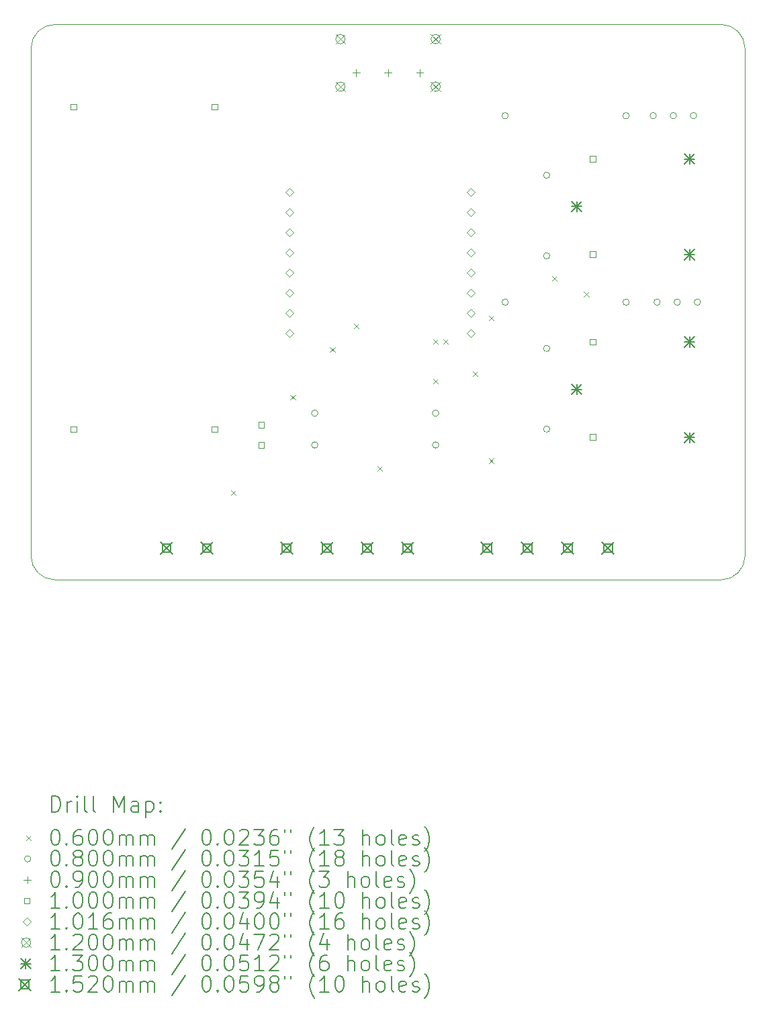
<source format=gbr>
%TF.GenerationSoftware,KiCad,Pcbnew,7.0.11-7.0.11~ubuntu22.04.1*%
%TF.CreationDate,2024-05-31T21:02:23-04:00*%
%TF.ProjectId,GarageDoor,47617261-6765-4446-9f6f-722e6b696361,rev?*%
%TF.SameCoordinates,Original*%
%TF.FileFunction,Drillmap*%
%TF.FilePolarity,Positive*%
%FSLAX45Y45*%
G04 Gerber Fmt 4.5, Leading zero omitted, Abs format (unit mm)*
G04 Created by KiCad (PCBNEW 7.0.11-7.0.11~ubuntu22.04.1) date 2024-05-31 21:02:23*
%MOMM*%
%LPD*%
G01*
G04 APERTURE LIST*
%ADD10C,0.050000*%
%ADD11C,0.200000*%
%ADD12C,0.100000*%
%ADD13C,0.101600*%
%ADD14C,0.120000*%
%ADD15C,0.130000*%
%ADD16C,0.152000*%
G04 APERTURE END LIST*
D10*
X11500000Y-2800000D02*
X11500000Y-9200000D01*
X2800000Y-2500000D02*
G75*
G03*
X2500000Y-2800000I0J-300000D01*
G01*
X2500000Y-9200000D02*
X2500000Y-2800000D01*
X11200000Y-9500000D02*
G75*
G03*
X11500000Y-9200000I0J300000D01*
G01*
X2500000Y-9200000D02*
G75*
G03*
X2800000Y-9500000I300000J0D01*
G01*
X11500000Y-2800000D02*
G75*
G03*
X11200000Y-2500000I-300000J0D01*
G01*
X2800000Y-2500000D02*
X11200000Y-2500000D01*
X11200000Y-9500000D02*
X2800000Y-9500000D01*
D11*
D12*
X5020000Y-8370000D02*
X5080000Y-8430000D01*
X5080000Y-8370000D02*
X5020000Y-8430000D01*
X5770000Y-7170000D02*
X5830000Y-7230000D01*
X5830000Y-7170000D02*
X5770000Y-7230000D01*
X6270000Y-6570000D02*
X6330000Y-6630000D01*
X6330000Y-6570000D02*
X6270000Y-6630000D01*
X6570000Y-6270000D02*
X6630000Y-6330000D01*
X6630000Y-6270000D02*
X6570000Y-6330000D01*
X6870000Y-8070000D02*
X6930000Y-8130000D01*
X6930000Y-8070000D02*
X6870000Y-8130000D01*
X7570000Y-6470000D02*
X7630000Y-6530000D01*
X7630000Y-6470000D02*
X7570000Y-6530000D01*
X7570000Y-6970000D02*
X7630000Y-7030000D01*
X7630000Y-6970000D02*
X7570000Y-7030000D01*
X7700000Y-6470000D02*
X7760000Y-6530000D01*
X7760000Y-6470000D02*
X7700000Y-6530000D01*
X8070000Y-6870000D02*
X8130000Y-6930000D01*
X8130000Y-6870000D02*
X8070000Y-6930000D01*
X8270000Y-6170000D02*
X8330000Y-6230000D01*
X8330000Y-6170000D02*
X8270000Y-6230000D01*
X8270000Y-7970000D02*
X8330000Y-8030000D01*
X8330000Y-7970000D02*
X8270000Y-8030000D01*
X9070000Y-5670000D02*
X9130000Y-5730000D01*
X9130000Y-5670000D02*
X9070000Y-5730000D01*
X9470000Y-5870000D02*
X9530000Y-5930000D01*
X9530000Y-5870000D02*
X9470000Y-5930000D01*
X6116000Y-7400000D02*
G75*
G03*
X6036000Y-7400000I-40000J0D01*
G01*
X6036000Y-7400000D02*
G75*
G03*
X6116000Y-7400000I40000J0D01*
G01*
X6116000Y-7800000D02*
G75*
G03*
X6036000Y-7800000I-40000J0D01*
G01*
X6036000Y-7800000D02*
G75*
G03*
X6116000Y-7800000I40000J0D01*
G01*
X7640000Y-7400000D02*
G75*
G03*
X7560000Y-7400000I-40000J0D01*
G01*
X7560000Y-7400000D02*
G75*
G03*
X7640000Y-7400000I40000J0D01*
G01*
X7640000Y-7800000D02*
G75*
G03*
X7560000Y-7800000I-40000J0D01*
G01*
X7560000Y-7800000D02*
G75*
G03*
X7640000Y-7800000I40000J0D01*
G01*
X8516000Y-3650000D02*
G75*
G03*
X8436000Y-3650000I-40000J0D01*
G01*
X8436000Y-3650000D02*
G75*
G03*
X8516000Y-3650000I40000J0D01*
G01*
X8516000Y-6000000D02*
G75*
G03*
X8436000Y-6000000I-40000J0D01*
G01*
X8436000Y-6000000D02*
G75*
G03*
X8516000Y-6000000I40000J0D01*
G01*
X9040000Y-4400000D02*
G75*
G03*
X8960000Y-4400000I-40000J0D01*
G01*
X8960000Y-4400000D02*
G75*
G03*
X9040000Y-4400000I40000J0D01*
G01*
X9040000Y-5416000D02*
G75*
G03*
X8960000Y-5416000I-40000J0D01*
G01*
X8960000Y-5416000D02*
G75*
G03*
X9040000Y-5416000I40000J0D01*
G01*
X9040000Y-6584000D02*
G75*
G03*
X8960000Y-6584000I-40000J0D01*
G01*
X8960000Y-6584000D02*
G75*
G03*
X9040000Y-6584000I40000J0D01*
G01*
X9040000Y-7600000D02*
G75*
G03*
X8960000Y-7600000I-40000J0D01*
G01*
X8960000Y-7600000D02*
G75*
G03*
X9040000Y-7600000I40000J0D01*
G01*
X10040000Y-3650000D02*
G75*
G03*
X9960000Y-3650000I-40000J0D01*
G01*
X9960000Y-3650000D02*
G75*
G03*
X10040000Y-3650000I40000J0D01*
G01*
X10040000Y-6000000D02*
G75*
G03*
X9960000Y-6000000I-40000J0D01*
G01*
X9960000Y-6000000D02*
G75*
G03*
X10040000Y-6000000I40000J0D01*
G01*
X10382000Y-3650000D02*
G75*
G03*
X10302000Y-3650000I-40000J0D01*
G01*
X10302000Y-3650000D02*
G75*
G03*
X10382000Y-3650000I40000J0D01*
G01*
X10432000Y-6000000D02*
G75*
G03*
X10352000Y-6000000I-40000J0D01*
G01*
X10352000Y-6000000D02*
G75*
G03*
X10432000Y-6000000I40000J0D01*
G01*
X10636000Y-3650000D02*
G75*
G03*
X10556000Y-3650000I-40000J0D01*
G01*
X10556000Y-3650000D02*
G75*
G03*
X10636000Y-3650000I40000J0D01*
G01*
X10686000Y-6000000D02*
G75*
G03*
X10606000Y-6000000I-40000J0D01*
G01*
X10606000Y-6000000D02*
G75*
G03*
X10686000Y-6000000I40000J0D01*
G01*
X10890000Y-3650000D02*
G75*
G03*
X10810000Y-3650000I-40000J0D01*
G01*
X10810000Y-3650000D02*
G75*
G03*
X10890000Y-3650000I40000J0D01*
G01*
X10940000Y-6000000D02*
G75*
G03*
X10860000Y-6000000I-40000J0D01*
G01*
X10860000Y-6000000D02*
G75*
G03*
X10940000Y-6000000I40000J0D01*
G01*
X6600000Y-3064000D02*
X6600000Y-3154000D01*
X6555000Y-3109000D02*
X6645000Y-3109000D01*
X7000000Y-3064000D02*
X7000000Y-3154000D01*
X6955000Y-3109000D02*
X7045000Y-3109000D01*
X7400000Y-3064000D02*
X7400000Y-3154000D01*
X7355000Y-3109000D02*
X7445000Y-3109000D01*
X3071356Y-3573356D02*
X3071356Y-3502644D01*
X3000644Y-3502644D01*
X3000644Y-3573356D01*
X3071356Y-3573356D01*
X3071356Y-7637356D02*
X3071356Y-7566644D01*
X3000644Y-7566644D01*
X3000644Y-7637356D01*
X3071356Y-7637356D01*
X4849356Y-3573356D02*
X4849356Y-3502644D01*
X4778644Y-3502644D01*
X4778644Y-3573356D01*
X4849356Y-3573356D01*
X4849356Y-7637356D02*
X4849356Y-7566644D01*
X4778644Y-7566644D01*
X4778644Y-7637356D01*
X4849356Y-7637356D01*
X5435356Y-7581356D02*
X5435356Y-7510644D01*
X5364644Y-7510644D01*
X5364644Y-7581356D01*
X5435356Y-7581356D01*
X5435356Y-7835356D02*
X5435356Y-7764644D01*
X5364644Y-7764644D01*
X5364644Y-7835356D01*
X5435356Y-7835356D01*
X9615356Y-4230356D02*
X9615356Y-4159644D01*
X9544644Y-4159644D01*
X9544644Y-4230356D01*
X9615356Y-4230356D01*
X9615356Y-5430356D02*
X9615356Y-5359644D01*
X9544644Y-5359644D01*
X9544644Y-5430356D01*
X9615356Y-5430356D01*
X9615356Y-6535356D02*
X9615356Y-6464644D01*
X9544644Y-6464644D01*
X9544644Y-6535356D01*
X9615356Y-6535356D01*
X9615356Y-7735356D02*
X9615356Y-7664644D01*
X9544644Y-7664644D01*
X9544644Y-7735356D01*
X9615356Y-7735356D01*
D13*
X5757000Y-4661800D02*
X5807800Y-4611000D01*
X5757000Y-4560200D01*
X5706200Y-4611000D01*
X5757000Y-4661800D01*
X5757000Y-4915800D02*
X5807800Y-4865000D01*
X5757000Y-4814200D01*
X5706200Y-4865000D01*
X5757000Y-4915800D01*
X5757000Y-5169800D02*
X5807800Y-5119000D01*
X5757000Y-5068200D01*
X5706200Y-5119000D01*
X5757000Y-5169800D01*
X5757000Y-5423800D02*
X5807800Y-5373000D01*
X5757000Y-5322200D01*
X5706200Y-5373000D01*
X5757000Y-5423800D01*
X5757000Y-5677800D02*
X5807800Y-5627000D01*
X5757000Y-5576200D01*
X5706200Y-5627000D01*
X5757000Y-5677800D01*
X5757000Y-5931800D02*
X5807800Y-5881000D01*
X5757000Y-5830200D01*
X5706200Y-5881000D01*
X5757000Y-5931800D01*
X5757000Y-6185800D02*
X5807800Y-6135000D01*
X5757000Y-6084200D01*
X5706200Y-6135000D01*
X5757000Y-6185800D01*
X5757000Y-6439800D02*
X5807800Y-6389000D01*
X5757000Y-6338200D01*
X5706200Y-6389000D01*
X5757000Y-6439800D01*
X8043000Y-4661800D02*
X8093800Y-4611000D01*
X8043000Y-4560200D01*
X7992200Y-4611000D01*
X8043000Y-4661800D01*
X8043000Y-4915800D02*
X8093800Y-4865000D01*
X8043000Y-4814200D01*
X7992200Y-4865000D01*
X8043000Y-4915800D01*
X8043000Y-5169800D02*
X8093800Y-5119000D01*
X8043000Y-5068200D01*
X7992200Y-5119000D01*
X8043000Y-5169800D01*
X8043000Y-5423800D02*
X8093800Y-5373000D01*
X8043000Y-5322200D01*
X7992200Y-5373000D01*
X8043000Y-5423800D01*
X8043000Y-5677800D02*
X8093800Y-5627000D01*
X8043000Y-5576200D01*
X7992200Y-5627000D01*
X8043000Y-5677800D01*
X8043000Y-5931800D02*
X8093800Y-5881000D01*
X8043000Y-5830200D01*
X7992200Y-5881000D01*
X8043000Y-5931800D01*
X8043000Y-6185800D02*
X8093800Y-6135000D01*
X8043000Y-6084200D01*
X7992200Y-6135000D01*
X8043000Y-6185800D01*
X8043000Y-6439800D02*
X8093800Y-6389000D01*
X8043000Y-6338200D01*
X7992200Y-6389000D01*
X8043000Y-6439800D01*
D14*
X6340000Y-2624000D02*
X6460000Y-2744000D01*
X6460000Y-2624000D02*
X6340000Y-2744000D01*
X6460000Y-2684000D02*
G75*
G03*
X6340000Y-2684000I-60000J0D01*
G01*
X6340000Y-2684000D02*
G75*
G03*
X6460000Y-2684000I60000J0D01*
G01*
X6340000Y-3224000D02*
X6460000Y-3344000D01*
X6460000Y-3224000D02*
X6340000Y-3344000D01*
X6460000Y-3284000D02*
G75*
G03*
X6340000Y-3284000I-60000J0D01*
G01*
X6340000Y-3284000D02*
G75*
G03*
X6460000Y-3284000I60000J0D01*
G01*
X7540000Y-2624000D02*
X7660000Y-2744000D01*
X7660000Y-2624000D02*
X7540000Y-2744000D01*
X7660000Y-2684000D02*
G75*
G03*
X7540000Y-2684000I-60000J0D01*
G01*
X7540000Y-2684000D02*
G75*
G03*
X7660000Y-2684000I60000J0D01*
G01*
X7540000Y-3224000D02*
X7660000Y-3344000D01*
X7660000Y-3224000D02*
X7540000Y-3344000D01*
X7660000Y-3284000D02*
G75*
G03*
X7540000Y-3284000I-60000J0D01*
G01*
X7540000Y-3284000D02*
G75*
G03*
X7660000Y-3284000I60000J0D01*
G01*
D15*
X9315000Y-4730000D02*
X9445000Y-4860000D01*
X9445000Y-4730000D02*
X9315000Y-4860000D01*
X9380000Y-4730000D02*
X9380000Y-4860000D01*
X9315000Y-4795000D02*
X9445000Y-4795000D01*
X9315000Y-7035000D02*
X9445000Y-7165000D01*
X9445000Y-7035000D02*
X9315000Y-7165000D01*
X9380000Y-7035000D02*
X9380000Y-7165000D01*
X9315000Y-7100000D02*
X9445000Y-7100000D01*
X10735000Y-4130000D02*
X10865000Y-4260000D01*
X10865000Y-4130000D02*
X10735000Y-4260000D01*
X10800000Y-4130000D02*
X10800000Y-4260000D01*
X10735000Y-4195000D02*
X10865000Y-4195000D01*
X10735000Y-5335000D02*
X10865000Y-5465000D01*
X10865000Y-5335000D02*
X10735000Y-5465000D01*
X10800000Y-5335000D02*
X10800000Y-5465000D01*
X10735000Y-5400000D02*
X10865000Y-5400000D01*
X10735000Y-6435000D02*
X10865000Y-6565000D01*
X10865000Y-6435000D02*
X10735000Y-6565000D01*
X10800000Y-6435000D02*
X10800000Y-6565000D01*
X10735000Y-6500000D02*
X10865000Y-6500000D01*
X10735000Y-7640000D02*
X10865000Y-7770000D01*
X10865000Y-7640000D02*
X10735000Y-7770000D01*
X10800000Y-7640000D02*
X10800000Y-7770000D01*
X10735000Y-7705000D02*
X10865000Y-7705000D01*
D16*
X4133000Y-9024000D02*
X4285000Y-9176000D01*
X4285000Y-9024000D02*
X4133000Y-9176000D01*
X4262741Y-9153741D02*
X4262741Y-9046259D01*
X4155259Y-9046259D01*
X4155259Y-9153741D01*
X4262741Y-9153741D01*
X4641000Y-9024000D02*
X4793000Y-9176000D01*
X4793000Y-9024000D02*
X4641000Y-9176000D01*
X4770741Y-9153741D02*
X4770741Y-9046259D01*
X4663259Y-9046259D01*
X4663259Y-9153741D01*
X4770741Y-9153741D01*
X5646000Y-9024000D02*
X5798000Y-9176000D01*
X5798000Y-9024000D02*
X5646000Y-9176000D01*
X5775741Y-9153741D02*
X5775741Y-9046259D01*
X5668259Y-9046259D01*
X5668259Y-9153741D01*
X5775741Y-9153741D01*
X6154000Y-9024000D02*
X6306000Y-9176000D01*
X6306000Y-9024000D02*
X6154000Y-9176000D01*
X6283741Y-9153741D02*
X6283741Y-9046259D01*
X6176259Y-9046259D01*
X6176259Y-9153741D01*
X6283741Y-9153741D01*
X6662000Y-9024000D02*
X6814000Y-9176000D01*
X6814000Y-9024000D02*
X6662000Y-9176000D01*
X6791741Y-9153741D02*
X6791741Y-9046259D01*
X6684259Y-9046259D01*
X6684259Y-9153741D01*
X6791741Y-9153741D01*
X7170000Y-9024000D02*
X7322000Y-9176000D01*
X7322000Y-9024000D02*
X7170000Y-9176000D01*
X7299741Y-9153741D02*
X7299741Y-9046259D01*
X7192259Y-9046259D01*
X7192259Y-9153741D01*
X7299741Y-9153741D01*
X8174000Y-9024000D02*
X8326000Y-9176000D01*
X8326000Y-9024000D02*
X8174000Y-9176000D01*
X8303741Y-9153741D02*
X8303741Y-9046259D01*
X8196259Y-9046259D01*
X8196259Y-9153741D01*
X8303741Y-9153741D01*
X8682000Y-9024000D02*
X8834000Y-9176000D01*
X8834000Y-9024000D02*
X8682000Y-9176000D01*
X8811741Y-9153741D02*
X8811741Y-9046259D01*
X8704259Y-9046259D01*
X8704259Y-9153741D01*
X8811741Y-9153741D01*
X9190000Y-9024000D02*
X9342000Y-9176000D01*
X9342000Y-9024000D02*
X9190000Y-9176000D01*
X9319741Y-9153741D02*
X9319741Y-9046259D01*
X9212259Y-9046259D01*
X9212259Y-9153741D01*
X9319741Y-9153741D01*
X9698000Y-9024000D02*
X9850000Y-9176000D01*
X9850000Y-9024000D02*
X9698000Y-9176000D01*
X9827741Y-9153741D02*
X9827741Y-9046259D01*
X9720259Y-9046259D01*
X9720259Y-9153741D01*
X9827741Y-9153741D01*
D11*
X2758277Y-12424984D02*
X2758277Y-12224984D01*
X2758277Y-12224984D02*
X2805896Y-12224984D01*
X2805896Y-12224984D02*
X2834467Y-12234508D01*
X2834467Y-12234508D02*
X2853515Y-12253555D01*
X2853515Y-12253555D02*
X2863039Y-12272603D01*
X2863039Y-12272603D02*
X2872562Y-12310698D01*
X2872562Y-12310698D02*
X2872562Y-12339269D01*
X2872562Y-12339269D02*
X2863039Y-12377365D01*
X2863039Y-12377365D02*
X2853515Y-12396412D01*
X2853515Y-12396412D02*
X2834467Y-12415460D01*
X2834467Y-12415460D02*
X2805896Y-12424984D01*
X2805896Y-12424984D02*
X2758277Y-12424984D01*
X2958277Y-12424984D02*
X2958277Y-12291650D01*
X2958277Y-12329746D02*
X2967801Y-12310698D01*
X2967801Y-12310698D02*
X2977324Y-12301174D01*
X2977324Y-12301174D02*
X2996372Y-12291650D01*
X2996372Y-12291650D02*
X3015420Y-12291650D01*
X3082086Y-12424984D02*
X3082086Y-12291650D01*
X3082086Y-12224984D02*
X3072562Y-12234508D01*
X3072562Y-12234508D02*
X3082086Y-12244031D01*
X3082086Y-12244031D02*
X3091610Y-12234508D01*
X3091610Y-12234508D02*
X3082086Y-12224984D01*
X3082086Y-12224984D02*
X3082086Y-12244031D01*
X3205896Y-12424984D02*
X3186848Y-12415460D01*
X3186848Y-12415460D02*
X3177324Y-12396412D01*
X3177324Y-12396412D02*
X3177324Y-12224984D01*
X3310658Y-12424984D02*
X3291610Y-12415460D01*
X3291610Y-12415460D02*
X3282086Y-12396412D01*
X3282086Y-12396412D02*
X3282086Y-12224984D01*
X3539229Y-12424984D02*
X3539229Y-12224984D01*
X3539229Y-12224984D02*
X3605896Y-12367841D01*
X3605896Y-12367841D02*
X3672562Y-12224984D01*
X3672562Y-12224984D02*
X3672562Y-12424984D01*
X3853515Y-12424984D02*
X3853515Y-12320222D01*
X3853515Y-12320222D02*
X3843991Y-12301174D01*
X3843991Y-12301174D02*
X3824943Y-12291650D01*
X3824943Y-12291650D02*
X3786848Y-12291650D01*
X3786848Y-12291650D02*
X3767801Y-12301174D01*
X3853515Y-12415460D02*
X3834467Y-12424984D01*
X3834467Y-12424984D02*
X3786848Y-12424984D01*
X3786848Y-12424984D02*
X3767801Y-12415460D01*
X3767801Y-12415460D02*
X3758277Y-12396412D01*
X3758277Y-12396412D02*
X3758277Y-12377365D01*
X3758277Y-12377365D02*
X3767801Y-12358317D01*
X3767801Y-12358317D02*
X3786848Y-12348793D01*
X3786848Y-12348793D02*
X3834467Y-12348793D01*
X3834467Y-12348793D02*
X3853515Y-12339269D01*
X3948753Y-12291650D02*
X3948753Y-12491650D01*
X3948753Y-12301174D02*
X3967801Y-12291650D01*
X3967801Y-12291650D02*
X4005896Y-12291650D01*
X4005896Y-12291650D02*
X4024943Y-12301174D01*
X4024943Y-12301174D02*
X4034467Y-12310698D01*
X4034467Y-12310698D02*
X4043991Y-12329746D01*
X4043991Y-12329746D02*
X4043991Y-12386888D01*
X4043991Y-12386888D02*
X4034467Y-12405936D01*
X4034467Y-12405936D02*
X4024943Y-12415460D01*
X4024943Y-12415460D02*
X4005896Y-12424984D01*
X4005896Y-12424984D02*
X3967801Y-12424984D01*
X3967801Y-12424984D02*
X3948753Y-12415460D01*
X4129705Y-12405936D02*
X4139229Y-12415460D01*
X4139229Y-12415460D02*
X4129705Y-12424984D01*
X4129705Y-12424984D02*
X4120182Y-12415460D01*
X4120182Y-12415460D02*
X4129705Y-12405936D01*
X4129705Y-12405936D02*
X4129705Y-12424984D01*
X4129705Y-12301174D02*
X4139229Y-12310698D01*
X4139229Y-12310698D02*
X4129705Y-12320222D01*
X4129705Y-12320222D02*
X4120182Y-12310698D01*
X4120182Y-12310698D02*
X4129705Y-12301174D01*
X4129705Y-12301174D02*
X4129705Y-12320222D01*
D12*
X2437500Y-12723500D02*
X2497500Y-12783500D01*
X2497500Y-12723500D02*
X2437500Y-12783500D01*
D11*
X2796372Y-12644984D02*
X2815420Y-12644984D01*
X2815420Y-12644984D02*
X2834467Y-12654508D01*
X2834467Y-12654508D02*
X2843991Y-12664031D01*
X2843991Y-12664031D02*
X2853515Y-12683079D01*
X2853515Y-12683079D02*
X2863039Y-12721174D01*
X2863039Y-12721174D02*
X2863039Y-12768793D01*
X2863039Y-12768793D02*
X2853515Y-12806888D01*
X2853515Y-12806888D02*
X2843991Y-12825936D01*
X2843991Y-12825936D02*
X2834467Y-12835460D01*
X2834467Y-12835460D02*
X2815420Y-12844984D01*
X2815420Y-12844984D02*
X2796372Y-12844984D01*
X2796372Y-12844984D02*
X2777324Y-12835460D01*
X2777324Y-12835460D02*
X2767801Y-12825936D01*
X2767801Y-12825936D02*
X2758277Y-12806888D01*
X2758277Y-12806888D02*
X2748753Y-12768793D01*
X2748753Y-12768793D02*
X2748753Y-12721174D01*
X2748753Y-12721174D02*
X2758277Y-12683079D01*
X2758277Y-12683079D02*
X2767801Y-12664031D01*
X2767801Y-12664031D02*
X2777324Y-12654508D01*
X2777324Y-12654508D02*
X2796372Y-12644984D01*
X2948753Y-12825936D02*
X2958277Y-12835460D01*
X2958277Y-12835460D02*
X2948753Y-12844984D01*
X2948753Y-12844984D02*
X2939229Y-12835460D01*
X2939229Y-12835460D02*
X2948753Y-12825936D01*
X2948753Y-12825936D02*
X2948753Y-12844984D01*
X3129705Y-12644984D02*
X3091610Y-12644984D01*
X3091610Y-12644984D02*
X3072562Y-12654508D01*
X3072562Y-12654508D02*
X3063039Y-12664031D01*
X3063039Y-12664031D02*
X3043991Y-12692603D01*
X3043991Y-12692603D02*
X3034467Y-12730698D01*
X3034467Y-12730698D02*
X3034467Y-12806888D01*
X3034467Y-12806888D02*
X3043991Y-12825936D01*
X3043991Y-12825936D02*
X3053515Y-12835460D01*
X3053515Y-12835460D02*
X3072562Y-12844984D01*
X3072562Y-12844984D02*
X3110658Y-12844984D01*
X3110658Y-12844984D02*
X3129705Y-12835460D01*
X3129705Y-12835460D02*
X3139229Y-12825936D01*
X3139229Y-12825936D02*
X3148753Y-12806888D01*
X3148753Y-12806888D02*
X3148753Y-12759269D01*
X3148753Y-12759269D02*
X3139229Y-12740222D01*
X3139229Y-12740222D02*
X3129705Y-12730698D01*
X3129705Y-12730698D02*
X3110658Y-12721174D01*
X3110658Y-12721174D02*
X3072562Y-12721174D01*
X3072562Y-12721174D02*
X3053515Y-12730698D01*
X3053515Y-12730698D02*
X3043991Y-12740222D01*
X3043991Y-12740222D02*
X3034467Y-12759269D01*
X3272562Y-12644984D02*
X3291610Y-12644984D01*
X3291610Y-12644984D02*
X3310658Y-12654508D01*
X3310658Y-12654508D02*
X3320182Y-12664031D01*
X3320182Y-12664031D02*
X3329705Y-12683079D01*
X3329705Y-12683079D02*
X3339229Y-12721174D01*
X3339229Y-12721174D02*
X3339229Y-12768793D01*
X3339229Y-12768793D02*
X3329705Y-12806888D01*
X3329705Y-12806888D02*
X3320182Y-12825936D01*
X3320182Y-12825936D02*
X3310658Y-12835460D01*
X3310658Y-12835460D02*
X3291610Y-12844984D01*
X3291610Y-12844984D02*
X3272562Y-12844984D01*
X3272562Y-12844984D02*
X3253515Y-12835460D01*
X3253515Y-12835460D02*
X3243991Y-12825936D01*
X3243991Y-12825936D02*
X3234467Y-12806888D01*
X3234467Y-12806888D02*
X3224943Y-12768793D01*
X3224943Y-12768793D02*
X3224943Y-12721174D01*
X3224943Y-12721174D02*
X3234467Y-12683079D01*
X3234467Y-12683079D02*
X3243991Y-12664031D01*
X3243991Y-12664031D02*
X3253515Y-12654508D01*
X3253515Y-12654508D02*
X3272562Y-12644984D01*
X3463039Y-12644984D02*
X3482086Y-12644984D01*
X3482086Y-12644984D02*
X3501134Y-12654508D01*
X3501134Y-12654508D02*
X3510658Y-12664031D01*
X3510658Y-12664031D02*
X3520182Y-12683079D01*
X3520182Y-12683079D02*
X3529705Y-12721174D01*
X3529705Y-12721174D02*
X3529705Y-12768793D01*
X3529705Y-12768793D02*
X3520182Y-12806888D01*
X3520182Y-12806888D02*
X3510658Y-12825936D01*
X3510658Y-12825936D02*
X3501134Y-12835460D01*
X3501134Y-12835460D02*
X3482086Y-12844984D01*
X3482086Y-12844984D02*
X3463039Y-12844984D01*
X3463039Y-12844984D02*
X3443991Y-12835460D01*
X3443991Y-12835460D02*
X3434467Y-12825936D01*
X3434467Y-12825936D02*
X3424943Y-12806888D01*
X3424943Y-12806888D02*
X3415420Y-12768793D01*
X3415420Y-12768793D02*
X3415420Y-12721174D01*
X3415420Y-12721174D02*
X3424943Y-12683079D01*
X3424943Y-12683079D02*
X3434467Y-12664031D01*
X3434467Y-12664031D02*
X3443991Y-12654508D01*
X3443991Y-12654508D02*
X3463039Y-12644984D01*
X3615420Y-12844984D02*
X3615420Y-12711650D01*
X3615420Y-12730698D02*
X3624943Y-12721174D01*
X3624943Y-12721174D02*
X3643991Y-12711650D01*
X3643991Y-12711650D02*
X3672563Y-12711650D01*
X3672563Y-12711650D02*
X3691610Y-12721174D01*
X3691610Y-12721174D02*
X3701134Y-12740222D01*
X3701134Y-12740222D02*
X3701134Y-12844984D01*
X3701134Y-12740222D02*
X3710658Y-12721174D01*
X3710658Y-12721174D02*
X3729705Y-12711650D01*
X3729705Y-12711650D02*
X3758277Y-12711650D01*
X3758277Y-12711650D02*
X3777324Y-12721174D01*
X3777324Y-12721174D02*
X3786848Y-12740222D01*
X3786848Y-12740222D02*
X3786848Y-12844984D01*
X3882086Y-12844984D02*
X3882086Y-12711650D01*
X3882086Y-12730698D02*
X3891610Y-12721174D01*
X3891610Y-12721174D02*
X3910658Y-12711650D01*
X3910658Y-12711650D02*
X3939229Y-12711650D01*
X3939229Y-12711650D02*
X3958277Y-12721174D01*
X3958277Y-12721174D02*
X3967801Y-12740222D01*
X3967801Y-12740222D02*
X3967801Y-12844984D01*
X3967801Y-12740222D02*
X3977324Y-12721174D01*
X3977324Y-12721174D02*
X3996372Y-12711650D01*
X3996372Y-12711650D02*
X4024943Y-12711650D01*
X4024943Y-12711650D02*
X4043991Y-12721174D01*
X4043991Y-12721174D02*
X4053515Y-12740222D01*
X4053515Y-12740222D02*
X4053515Y-12844984D01*
X4443991Y-12635460D02*
X4272563Y-12892603D01*
X4701134Y-12644984D02*
X4720182Y-12644984D01*
X4720182Y-12644984D02*
X4739229Y-12654508D01*
X4739229Y-12654508D02*
X4748753Y-12664031D01*
X4748753Y-12664031D02*
X4758277Y-12683079D01*
X4758277Y-12683079D02*
X4767801Y-12721174D01*
X4767801Y-12721174D02*
X4767801Y-12768793D01*
X4767801Y-12768793D02*
X4758277Y-12806888D01*
X4758277Y-12806888D02*
X4748753Y-12825936D01*
X4748753Y-12825936D02*
X4739229Y-12835460D01*
X4739229Y-12835460D02*
X4720182Y-12844984D01*
X4720182Y-12844984D02*
X4701134Y-12844984D01*
X4701134Y-12844984D02*
X4682087Y-12835460D01*
X4682087Y-12835460D02*
X4672563Y-12825936D01*
X4672563Y-12825936D02*
X4663039Y-12806888D01*
X4663039Y-12806888D02*
X4653515Y-12768793D01*
X4653515Y-12768793D02*
X4653515Y-12721174D01*
X4653515Y-12721174D02*
X4663039Y-12683079D01*
X4663039Y-12683079D02*
X4672563Y-12664031D01*
X4672563Y-12664031D02*
X4682087Y-12654508D01*
X4682087Y-12654508D02*
X4701134Y-12644984D01*
X4853515Y-12825936D02*
X4863039Y-12835460D01*
X4863039Y-12835460D02*
X4853515Y-12844984D01*
X4853515Y-12844984D02*
X4843991Y-12835460D01*
X4843991Y-12835460D02*
X4853515Y-12825936D01*
X4853515Y-12825936D02*
X4853515Y-12844984D01*
X4986848Y-12644984D02*
X5005896Y-12644984D01*
X5005896Y-12644984D02*
X5024944Y-12654508D01*
X5024944Y-12654508D02*
X5034468Y-12664031D01*
X5034468Y-12664031D02*
X5043991Y-12683079D01*
X5043991Y-12683079D02*
X5053515Y-12721174D01*
X5053515Y-12721174D02*
X5053515Y-12768793D01*
X5053515Y-12768793D02*
X5043991Y-12806888D01*
X5043991Y-12806888D02*
X5034468Y-12825936D01*
X5034468Y-12825936D02*
X5024944Y-12835460D01*
X5024944Y-12835460D02*
X5005896Y-12844984D01*
X5005896Y-12844984D02*
X4986848Y-12844984D01*
X4986848Y-12844984D02*
X4967801Y-12835460D01*
X4967801Y-12835460D02*
X4958277Y-12825936D01*
X4958277Y-12825936D02*
X4948753Y-12806888D01*
X4948753Y-12806888D02*
X4939229Y-12768793D01*
X4939229Y-12768793D02*
X4939229Y-12721174D01*
X4939229Y-12721174D02*
X4948753Y-12683079D01*
X4948753Y-12683079D02*
X4958277Y-12664031D01*
X4958277Y-12664031D02*
X4967801Y-12654508D01*
X4967801Y-12654508D02*
X4986848Y-12644984D01*
X5129706Y-12664031D02*
X5139229Y-12654508D01*
X5139229Y-12654508D02*
X5158277Y-12644984D01*
X5158277Y-12644984D02*
X5205896Y-12644984D01*
X5205896Y-12644984D02*
X5224944Y-12654508D01*
X5224944Y-12654508D02*
X5234468Y-12664031D01*
X5234468Y-12664031D02*
X5243991Y-12683079D01*
X5243991Y-12683079D02*
X5243991Y-12702127D01*
X5243991Y-12702127D02*
X5234468Y-12730698D01*
X5234468Y-12730698D02*
X5120182Y-12844984D01*
X5120182Y-12844984D02*
X5243991Y-12844984D01*
X5310658Y-12644984D02*
X5434468Y-12644984D01*
X5434468Y-12644984D02*
X5367801Y-12721174D01*
X5367801Y-12721174D02*
X5396372Y-12721174D01*
X5396372Y-12721174D02*
X5415420Y-12730698D01*
X5415420Y-12730698D02*
X5424944Y-12740222D01*
X5424944Y-12740222D02*
X5434468Y-12759269D01*
X5434468Y-12759269D02*
X5434468Y-12806888D01*
X5434468Y-12806888D02*
X5424944Y-12825936D01*
X5424944Y-12825936D02*
X5415420Y-12835460D01*
X5415420Y-12835460D02*
X5396372Y-12844984D01*
X5396372Y-12844984D02*
X5339229Y-12844984D01*
X5339229Y-12844984D02*
X5320182Y-12835460D01*
X5320182Y-12835460D02*
X5310658Y-12825936D01*
X5605896Y-12644984D02*
X5567801Y-12644984D01*
X5567801Y-12644984D02*
X5548753Y-12654508D01*
X5548753Y-12654508D02*
X5539229Y-12664031D01*
X5539229Y-12664031D02*
X5520182Y-12692603D01*
X5520182Y-12692603D02*
X5510658Y-12730698D01*
X5510658Y-12730698D02*
X5510658Y-12806888D01*
X5510658Y-12806888D02*
X5520182Y-12825936D01*
X5520182Y-12825936D02*
X5529706Y-12835460D01*
X5529706Y-12835460D02*
X5548753Y-12844984D01*
X5548753Y-12844984D02*
X5586849Y-12844984D01*
X5586849Y-12844984D02*
X5605896Y-12835460D01*
X5605896Y-12835460D02*
X5615420Y-12825936D01*
X5615420Y-12825936D02*
X5624944Y-12806888D01*
X5624944Y-12806888D02*
X5624944Y-12759269D01*
X5624944Y-12759269D02*
X5615420Y-12740222D01*
X5615420Y-12740222D02*
X5605896Y-12730698D01*
X5605896Y-12730698D02*
X5586849Y-12721174D01*
X5586849Y-12721174D02*
X5548753Y-12721174D01*
X5548753Y-12721174D02*
X5529706Y-12730698D01*
X5529706Y-12730698D02*
X5520182Y-12740222D01*
X5520182Y-12740222D02*
X5510658Y-12759269D01*
X5701134Y-12644984D02*
X5701134Y-12683079D01*
X5777325Y-12644984D02*
X5777325Y-12683079D01*
X6072563Y-12921174D02*
X6063039Y-12911650D01*
X6063039Y-12911650D02*
X6043991Y-12883079D01*
X6043991Y-12883079D02*
X6034468Y-12864031D01*
X6034468Y-12864031D02*
X6024944Y-12835460D01*
X6024944Y-12835460D02*
X6015420Y-12787841D01*
X6015420Y-12787841D02*
X6015420Y-12749746D01*
X6015420Y-12749746D02*
X6024944Y-12702127D01*
X6024944Y-12702127D02*
X6034468Y-12673555D01*
X6034468Y-12673555D02*
X6043991Y-12654508D01*
X6043991Y-12654508D02*
X6063039Y-12625936D01*
X6063039Y-12625936D02*
X6072563Y-12616412D01*
X6253515Y-12844984D02*
X6139229Y-12844984D01*
X6196372Y-12844984D02*
X6196372Y-12644984D01*
X6196372Y-12644984D02*
X6177325Y-12673555D01*
X6177325Y-12673555D02*
X6158277Y-12692603D01*
X6158277Y-12692603D02*
X6139229Y-12702127D01*
X6320182Y-12644984D02*
X6443991Y-12644984D01*
X6443991Y-12644984D02*
X6377325Y-12721174D01*
X6377325Y-12721174D02*
X6405896Y-12721174D01*
X6405896Y-12721174D02*
X6424944Y-12730698D01*
X6424944Y-12730698D02*
X6434468Y-12740222D01*
X6434468Y-12740222D02*
X6443991Y-12759269D01*
X6443991Y-12759269D02*
X6443991Y-12806888D01*
X6443991Y-12806888D02*
X6434468Y-12825936D01*
X6434468Y-12825936D02*
X6424944Y-12835460D01*
X6424944Y-12835460D02*
X6405896Y-12844984D01*
X6405896Y-12844984D02*
X6348753Y-12844984D01*
X6348753Y-12844984D02*
X6329706Y-12835460D01*
X6329706Y-12835460D02*
X6320182Y-12825936D01*
X6682087Y-12844984D02*
X6682087Y-12644984D01*
X6767801Y-12844984D02*
X6767801Y-12740222D01*
X6767801Y-12740222D02*
X6758277Y-12721174D01*
X6758277Y-12721174D02*
X6739230Y-12711650D01*
X6739230Y-12711650D02*
X6710658Y-12711650D01*
X6710658Y-12711650D02*
X6691610Y-12721174D01*
X6691610Y-12721174D02*
X6682087Y-12730698D01*
X6891610Y-12844984D02*
X6872563Y-12835460D01*
X6872563Y-12835460D02*
X6863039Y-12825936D01*
X6863039Y-12825936D02*
X6853515Y-12806888D01*
X6853515Y-12806888D02*
X6853515Y-12749746D01*
X6853515Y-12749746D02*
X6863039Y-12730698D01*
X6863039Y-12730698D02*
X6872563Y-12721174D01*
X6872563Y-12721174D02*
X6891610Y-12711650D01*
X6891610Y-12711650D02*
X6920182Y-12711650D01*
X6920182Y-12711650D02*
X6939230Y-12721174D01*
X6939230Y-12721174D02*
X6948753Y-12730698D01*
X6948753Y-12730698D02*
X6958277Y-12749746D01*
X6958277Y-12749746D02*
X6958277Y-12806888D01*
X6958277Y-12806888D02*
X6948753Y-12825936D01*
X6948753Y-12825936D02*
X6939230Y-12835460D01*
X6939230Y-12835460D02*
X6920182Y-12844984D01*
X6920182Y-12844984D02*
X6891610Y-12844984D01*
X7072563Y-12844984D02*
X7053515Y-12835460D01*
X7053515Y-12835460D02*
X7043991Y-12816412D01*
X7043991Y-12816412D02*
X7043991Y-12644984D01*
X7224944Y-12835460D02*
X7205896Y-12844984D01*
X7205896Y-12844984D02*
X7167801Y-12844984D01*
X7167801Y-12844984D02*
X7148753Y-12835460D01*
X7148753Y-12835460D02*
X7139230Y-12816412D01*
X7139230Y-12816412D02*
X7139230Y-12740222D01*
X7139230Y-12740222D02*
X7148753Y-12721174D01*
X7148753Y-12721174D02*
X7167801Y-12711650D01*
X7167801Y-12711650D02*
X7205896Y-12711650D01*
X7205896Y-12711650D02*
X7224944Y-12721174D01*
X7224944Y-12721174D02*
X7234468Y-12740222D01*
X7234468Y-12740222D02*
X7234468Y-12759269D01*
X7234468Y-12759269D02*
X7139230Y-12778317D01*
X7310658Y-12835460D02*
X7329706Y-12844984D01*
X7329706Y-12844984D02*
X7367801Y-12844984D01*
X7367801Y-12844984D02*
X7386849Y-12835460D01*
X7386849Y-12835460D02*
X7396372Y-12816412D01*
X7396372Y-12816412D02*
X7396372Y-12806888D01*
X7396372Y-12806888D02*
X7386849Y-12787841D01*
X7386849Y-12787841D02*
X7367801Y-12778317D01*
X7367801Y-12778317D02*
X7339230Y-12778317D01*
X7339230Y-12778317D02*
X7320182Y-12768793D01*
X7320182Y-12768793D02*
X7310658Y-12749746D01*
X7310658Y-12749746D02*
X7310658Y-12740222D01*
X7310658Y-12740222D02*
X7320182Y-12721174D01*
X7320182Y-12721174D02*
X7339230Y-12711650D01*
X7339230Y-12711650D02*
X7367801Y-12711650D01*
X7367801Y-12711650D02*
X7386849Y-12721174D01*
X7463039Y-12921174D02*
X7472563Y-12911650D01*
X7472563Y-12911650D02*
X7491611Y-12883079D01*
X7491611Y-12883079D02*
X7501134Y-12864031D01*
X7501134Y-12864031D02*
X7510658Y-12835460D01*
X7510658Y-12835460D02*
X7520182Y-12787841D01*
X7520182Y-12787841D02*
X7520182Y-12749746D01*
X7520182Y-12749746D02*
X7510658Y-12702127D01*
X7510658Y-12702127D02*
X7501134Y-12673555D01*
X7501134Y-12673555D02*
X7491611Y-12654508D01*
X7491611Y-12654508D02*
X7472563Y-12625936D01*
X7472563Y-12625936D02*
X7463039Y-12616412D01*
D12*
X2497500Y-13017500D02*
G75*
G03*
X2417500Y-13017500I-40000J0D01*
G01*
X2417500Y-13017500D02*
G75*
G03*
X2497500Y-13017500I40000J0D01*
G01*
D11*
X2796372Y-12908984D02*
X2815420Y-12908984D01*
X2815420Y-12908984D02*
X2834467Y-12918508D01*
X2834467Y-12918508D02*
X2843991Y-12928031D01*
X2843991Y-12928031D02*
X2853515Y-12947079D01*
X2853515Y-12947079D02*
X2863039Y-12985174D01*
X2863039Y-12985174D02*
X2863039Y-13032793D01*
X2863039Y-13032793D02*
X2853515Y-13070888D01*
X2853515Y-13070888D02*
X2843991Y-13089936D01*
X2843991Y-13089936D02*
X2834467Y-13099460D01*
X2834467Y-13099460D02*
X2815420Y-13108984D01*
X2815420Y-13108984D02*
X2796372Y-13108984D01*
X2796372Y-13108984D02*
X2777324Y-13099460D01*
X2777324Y-13099460D02*
X2767801Y-13089936D01*
X2767801Y-13089936D02*
X2758277Y-13070888D01*
X2758277Y-13070888D02*
X2748753Y-13032793D01*
X2748753Y-13032793D02*
X2748753Y-12985174D01*
X2748753Y-12985174D02*
X2758277Y-12947079D01*
X2758277Y-12947079D02*
X2767801Y-12928031D01*
X2767801Y-12928031D02*
X2777324Y-12918508D01*
X2777324Y-12918508D02*
X2796372Y-12908984D01*
X2948753Y-13089936D02*
X2958277Y-13099460D01*
X2958277Y-13099460D02*
X2948753Y-13108984D01*
X2948753Y-13108984D02*
X2939229Y-13099460D01*
X2939229Y-13099460D02*
X2948753Y-13089936D01*
X2948753Y-13089936D02*
X2948753Y-13108984D01*
X3072562Y-12994698D02*
X3053515Y-12985174D01*
X3053515Y-12985174D02*
X3043991Y-12975650D01*
X3043991Y-12975650D02*
X3034467Y-12956603D01*
X3034467Y-12956603D02*
X3034467Y-12947079D01*
X3034467Y-12947079D02*
X3043991Y-12928031D01*
X3043991Y-12928031D02*
X3053515Y-12918508D01*
X3053515Y-12918508D02*
X3072562Y-12908984D01*
X3072562Y-12908984D02*
X3110658Y-12908984D01*
X3110658Y-12908984D02*
X3129705Y-12918508D01*
X3129705Y-12918508D02*
X3139229Y-12928031D01*
X3139229Y-12928031D02*
X3148753Y-12947079D01*
X3148753Y-12947079D02*
X3148753Y-12956603D01*
X3148753Y-12956603D02*
X3139229Y-12975650D01*
X3139229Y-12975650D02*
X3129705Y-12985174D01*
X3129705Y-12985174D02*
X3110658Y-12994698D01*
X3110658Y-12994698D02*
X3072562Y-12994698D01*
X3072562Y-12994698D02*
X3053515Y-13004222D01*
X3053515Y-13004222D02*
X3043991Y-13013746D01*
X3043991Y-13013746D02*
X3034467Y-13032793D01*
X3034467Y-13032793D02*
X3034467Y-13070888D01*
X3034467Y-13070888D02*
X3043991Y-13089936D01*
X3043991Y-13089936D02*
X3053515Y-13099460D01*
X3053515Y-13099460D02*
X3072562Y-13108984D01*
X3072562Y-13108984D02*
X3110658Y-13108984D01*
X3110658Y-13108984D02*
X3129705Y-13099460D01*
X3129705Y-13099460D02*
X3139229Y-13089936D01*
X3139229Y-13089936D02*
X3148753Y-13070888D01*
X3148753Y-13070888D02*
X3148753Y-13032793D01*
X3148753Y-13032793D02*
X3139229Y-13013746D01*
X3139229Y-13013746D02*
X3129705Y-13004222D01*
X3129705Y-13004222D02*
X3110658Y-12994698D01*
X3272562Y-12908984D02*
X3291610Y-12908984D01*
X3291610Y-12908984D02*
X3310658Y-12918508D01*
X3310658Y-12918508D02*
X3320182Y-12928031D01*
X3320182Y-12928031D02*
X3329705Y-12947079D01*
X3329705Y-12947079D02*
X3339229Y-12985174D01*
X3339229Y-12985174D02*
X3339229Y-13032793D01*
X3339229Y-13032793D02*
X3329705Y-13070888D01*
X3329705Y-13070888D02*
X3320182Y-13089936D01*
X3320182Y-13089936D02*
X3310658Y-13099460D01*
X3310658Y-13099460D02*
X3291610Y-13108984D01*
X3291610Y-13108984D02*
X3272562Y-13108984D01*
X3272562Y-13108984D02*
X3253515Y-13099460D01*
X3253515Y-13099460D02*
X3243991Y-13089936D01*
X3243991Y-13089936D02*
X3234467Y-13070888D01*
X3234467Y-13070888D02*
X3224943Y-13032793D01*
X3224943Y-13032793D02*
X3224943Y-12985174D01*
X3224943Y-12985174D02*
X3234467Y-12947079D01*
X3234467Y-12947079D02*
X3243991Y-12928031D01*
X3243991Y-12928031D02*
X3253515Y-12918508D01*
X3253515Y-12918508D02*
X3272562Y-12908984D01*
X3463039Y-12908984D02*
X3482086Y-12908984D01*
X3482086Y-12908984D02*
X3501134Y-12918508D01*
X3501134Y-12918508D02*
X3510658Y-12928031D01*
X3510658Y-12928031D02*
X3520182Y-12947079D01*
X3520182Y-12947079D02*
X3529705Y-12985174D01*
X3529705Y-12985174D02*
X3529705Y-13032793D01*
X3529705Y-13032793D02*
X3520182Y-13070888D01*
X3520182Y-13070888D02*
X3510658Y-13089936D01*
X3510658Y-13089936D02*
X3501134Y-13099460D01*
X3501134Y-13099460D02*
X3482086Y-13108984D01*
X3482086Y-13108984D02*
X3463039Y-13108984D01*
X3463039Y-13108984D02*
X3443991Y-13099460D01*
X3443991Y-13099460D02*
X3434467Y-13089936D01*
X3434467Y-13089936D02*
X3424943Y-13070888D01*
X3424943Y-13070888D02*
X3415420Y-13032793D01*
X3415420Y-13032793D02*
X3415420Y-12985174D01*
X3415420Y-12985174D02*
X3424943Y-12947079D01*
X3424943Y-12947079D02*
X3434467Y-12928031D01*
X3434467Y-12928031D02*
X3443991Y-12918508D01*
X3443991Y-12918508D02*
X3463039Y-12908984D01*
X3615420Y-13108984D02*
X3615420Y-12975650D01*
X3615420Y-12994698D02*
X3624943Y-12985174D01*
X3624943Y-12985174D02*
X3643991Y-12975650D01*
X3643991Y-12975650D02*
X3672563Y-12975650D01*
X3672563Y-12975650D02*
X3691610Y-12985174D01*
X3691610Y-12985174D02*
X3701134Y-13004222D01*
X3701134Y-13004222D02*
X3701134Y-13108984D01*
X3701134Y-13004222D02*
X3710658Y-12985174D01*
X3710658Y-12985174D02*
X3729705Y-12975650D01*
X3729705Y-12975650D02*
X3758277Y-12975650D01*
X3758277Y-12975650D02*
X3777324Y-12985174D01*
X3777324Y-12985174D02*
X3786848Y-13004222D01*
X3786848Y-13004222D02*
X3786848Y-13108984D01*
X3882086Y-13108984D02*
X3882086Y-12975650D01*
X3882086Y-12994698D02*
X3891610Y-12985174D01*
X3891610Y-12985174D02*
X3910658Y-12975650D01*
X3910658Y-12975650D02*
X3939229Y-12975650D01*
X3939229Y-12975650D02*
X3958277Y-12985174D01*
X3958277Y-12985174D02*
X3967801Y-13004222D01*
X3967801Y-13004222D02*
X3967801Y-13108984D01*
X3967801Y-13004222D02*
X3977324Y-12985174D01*
X3977324Y-12985174D02*
X3996372Y-12975650D01*
X3996372Y-12975650D02*
X4024943Y-12975650D01*
X4024943Y-12975650D02*
X4043991Y-12985174D01*
X4043991Y-12985174D02*
X4053515Y-13004222D01*
X4053515Y-13004222D02*
X4053515Y-13108984D01*
X4443991Y-12899460D02*
X4272563Y-13156603D01*
X4701134Y-12908984D02*
X4720182Y-12908984D01*
X4720182Y-12908984D02*
X4739229Y-12918508D01*
X4739229Y-12918508D02*
X4748753Y-12928031D01*
X4748753Y-12928031D02*
X4758277Y-12947079D01*
X4758277Y-12947079D02*
X4767801Y-12985174D01*
X4767801Y-12985174D02*
X4767801Y-13032793D01*
X4767801Y-13032793D02*
X4758277Y-13070888D01*
X4758277Y-13070888D02*
X4748753Y-13089936D01*
X4748753Y-13089936D02*
X4739229Y-13099460D01*
X4739229Y-13099460D02*
X4720182Y-13108984D01*
X4720182Y-13108984D02*
X4701134Y-13108984D01*
X4701134Y-13108984D02*
X4682087Y-13099460D01*
X4682087Y-13099460D02*
X4672563Y-13089936D01*
X4672563Y-13089936D02*
X4663039Y-13070888D01*
X4663039Y-13070888D02*
X4653515Y-13032793D01*
X4653515Y-13032793D02*
X4653515Y-12985174D01*
X4653515Y-12985174D02*
X4663039Y-12947079D01*
X4663039Y-12947079D02*
X4672563Y-12928031D01*
X4672563Y-12928031D02*
X4682087Y-12918508D01*
X4682087Y-12918508D02*
X4701134Y-12908984D01*
X4853515Y-13089936D02*
X4863039Y-13099460D01*
X4863039Y-13099460D02*
X4853515Y-13108984D01*
X4853515Y-13108984D02*
X4843991Y-13099460D01*
X4843991Y-13099460D02*
X4853515Y-13089936D01*
X4853515Y-13089936D02*
X4853515Y-13108984D01*
X4986848Y-12908984D02*
X5005896Y-12908984D01*
X5005896Y-12908984D02*
X5024944Y-12918508D01*
X5024944Y-12918508D02*
X5034468Y-12928031D01*
X5034468Y-12928031D02*
X5043991Y-12947079D01*
X5043991Y-12947079D02*
X5053515Y-12985174D01*
X5053515Y-12985174D02*
X5053515Y-13032793D01*
X5053515Y-13032793D02*
X5043991Y-13070888D01*
X5043991Y-13070888D02*
X5034468Y-13089936D01*
X5034468Y-13089936D02*
X5024944Y-13099460D01*
X5024944Y-13099460D02*
X5005896Y-13108984D01*
X5005896Y-13108984D02*
X4986848Y-13108984D01*
X4986848Y-13108984D02*
X4967801Y-13099460D01*
X4967801Y-13099460D02*
X4958277Y-13089936D01*
X4958277Y-13089936D02*
X4948753Y-13070888D01*
X4948753Y-13070888D02*
X4939229Y-13032793D01*
X4939229Y-13032793D02*
X4939229Y-12985174D01*
X4939229Y-12985174D02*
X4948753Y-12947079D01*
X4948753Y-12947079D02*
X4958277Y-12928031D01*
X4958277Y-12928031D02*
X4967801Y-12918508D01*
X4967801Y-12918508D02*
X4986848Y-12908984D01*
X5120182Y-12908984D02*
X5243991Y-12908984D01*
X5243991Y-12908984D02*
X5177325Y-12985174D01*
X5177325Y-12985174D02*
X5205896Y-12985174D01*
X5205896Y-12985174D02*
X5224944Y-12994698D01*
X5224944Y-12994698D02*
X5234468Y-13004222D01*
X5234468Y-13004222D02*
X5243991Y-13023269D01*
X5243991Y-13023269D02*
X5243991Y-13070888D01*
X5243991Y-13070888D02*
X5234468Y-13089936D01*
X5234468Y-13089936D02*
X5224944Y-13099460D01*
X5224944Y-13099460D02*
X5205896Y-13108984D01*
X5205896Y-13108984D02*
X5148753Y-13108984D01*
X5148753Y-13108984D02*
X5129706Y-13099460D01*
X5129706Y-13099460D02*
X5120182Y-13089936D01*
X5434468Y-13108984D02*
X5320182Y-13108984D01*
X5377325Y-13108984D02*
X5377325Y-12908984D01*
X5377325Y-12908984D02*
X5358277Y-12937555D01*
X5358277Y-12937555D02*
X5339229Y-12956603D01*
X5339229Y-12956603D02*
X5320182Y-12966127D01*
X5615420Y-12908984D02*
X5520182Y-12908984D01*
X5520182Y-12908984D02*
X5510658Y-13004222D01*
X5510658Y-13004222D02*
X5520182Y-12994698D01*
X5520182Y-12994698D02*
X5539229Y-12985174D01*
X5539229Y-12985174D02*
X5586849Y-12985174D01*
X5586849Y-12985174D02*
X5605896Y-12994698D01*
X5605896Y-12994698D02*
X5615420Y-13004222D01*
X5615420Y-13004222D02*
X5624944Y-13023269D01*
X5624944Y-13023269D02*
X5624944Y-13070888D01*
X5624944Y-13070888D02*
X5615420Y-13089936D01*
X5615420Y-13089936D02*
X5605896Y-13099460D01*
X5605896Y-13099460D02*
X5586849Y-13108984D01*
X5586849Y-13108984D02*
X5539229Y-13108984D01*
X5539229Y-13108984D02*
X5520182Y-13099460D01*
X5520182Y-13099460D02*
X5510658Y-13089936D01*
X5701134Y-12908984D02*
X5701134Y-12947079D01*
X5777325Y-12908984D02*
X5777325Y-12947079D01*
X6072563Y-13185174D02*
X6063039Y-13175650D01*
X6063039Y-13175650D02*
X6043991Y-13147079D01*
X6043991Y-13147079D02*
X6034468Y-13128031D01*
X6034468Y-13128031D02*
X6024944Y-13099460D01*
X6024944Y-13099460D02*
X6015420Y-13051841D01*
X6015420Y-13051841D02*
X6015420Y-13013746D01*
X6015420Y-13013746D02*
X6024944Y-12966127D01*
X6024944Y-12966127D02*
X6034468Y-12937555D01*
X6034468Y-12937555D02*
X6043991Y-12918508D01*
X6043991Y-12918508D02*
X6063039Y-12889936D01*
X6063039Y-12889936D02*
X6072563Y-12880412D01*
X6253515Y-13108984D02*
X6139229Y-13108984D01*
X6196372Y-13108984D02*
X6196372Y-12908984D01*
X6196372Y-12908984D02*
X6177325Y-12937555D01*
X6177325Y-12937555D02*
X6158277Y-12956603D01*
X6158277Y-12956603D02*
X6139229Y-12966127D01*
X6367801Y-12994698D02*
X6348753Y-12985174D01*
X6348753Y-12985174D02*
X6339229Y-12975650D01*
X6339229Y-12975650D02*
X6329706Y-12956603D01*
X6329706Y-12956603D02*
X6329706Y-12947079D01*
X6329706Y-12947079D02*
X6339229Y-12928031D01*
X6339229Y-12928031D02*
X6348753Y-12918508D01*
X6348753Y-12918508D02*
X6367801Y-12908984D01*
X6367801Y-12908984D02*
X6405896Y-12908984D01*
X6405896Y-12908984D02*
X6424944Y-12918508D01*
X6424944Y-12918508D02*
X6434468Y-12928031D01*
X6434468Y-12928031D02*
X6443991Y-12947079D01*
X6443991Y-12947079D02*
X6443991Y-12956603D01*
X6443991Y-12956603D02*
X6434468Y-12975650D01*
X6434468Y-12975650D02*
X6424944Y-12985174D01*
X6424944Y-12985174D02*
X6405896Y-12994698D01*
X6405896Y-12994698D02*
X6367801Y-12994698D01*
X6367801Y-12994698D02*
X6348753Y-13004222D01*
X6348753Y-13004222D02*
X6339229Y-13013746D01*
X6339229Y-13013746D02*
X6329706Y-13032793D01*
X6329706Y-13032793D02*
X6329706Y-13070888D01*
X6329706Y-13070888D02*
X6339229Y-13089936D01*
X6339229Y-13089936D02*
X6348753Y-13099460D01*
X6348753Y-13099460D02*
X6367801Y-13108984D01*
X6367801Y-13108984D02*
X6405896Y-13108984D01*
X6405896Y-13108984D02*
X6424944Y-13099460D01*
X6424944Y-13099460D02*
X6434468Y-13089936D01*
X6434468Y-13089936D02*
X6443991Y-13070888D01*
X6443991Y-13070888D02*
X6443991Y-13032793D01*
X6443991Y-13032793D02*
X6434468Y-13013746D01*
X6434468Y-13013746D02*
X6424944Y-13004222D01*
X6424944Y-13004222D02*
X6405896Y-12994698D01*
X6682087Y-13108984D02*
X6682087Y-12908984D01*
X6767801Y-13108984D02*
X6767801Y-13004222D01*
X6767801Y-13004222D02*
X6758277Y-12985174D01*
X6758277Y-12985174D02*
X6739230Y-12975650D01*
X6739230Y-12975650D02*
X6710658Y-12975650D01*
X6710658Y-12975650D02*
X6691610Y-12985174D01*
X6691610Y-12985174D02*
X6682087Y-12994698D01*
X6891610Y-13108984D02*
X6872563Y-13099460D01*
X6872563Y-13099460D02*
X6863039Y-13089936D01*
X6863039Y-13089936D02*
X6853515Y-13070888D01*
X6853515Y-13070888D02*
X6853515Y-13013746D01*
X6853515Y-13013746D02*
X6863039Y-12994698D01*
X6863039Y-12994698D02*
X6872563Y-12985174D01*
X6872563Y-12985174D02*
X6891610Y-12975650D01*
X6891610Y-12975650D02*
X6920182Y-12975650D01*
X6920182Y-12975650D02*
X6939230Y-12985174D01*
X6939230Y-12985174D02*
X6948753Y-12994698D01*
X6948753Y-12994698D02*
X6958277Y-13013746D01*
X6958277Y-13013746D02*
X6958277Y-13070888D01*
X6958277Y-13070888D02*
X6948753Y-13089936D01*
X6948753Y-13089936D02*
X6939230Y-13099460D01*
X6939230Y-13099460D02*
X6920182Y-13108984D01*
X6920182Y-13108984D02*
X6891610Y-13108984D01*
X7072563Y-13108984D02*
X7053515Y-13099460D01*
X7053515Y-13099460D02*
X7043991Y-13080412D01*
X7043991Y-13080412D02*
X7043991Y-12908984D01*
X7224944Y-13099460D02*
X7205896Y-13108984D01*
X7205896Y-13108984D02*
X7167801Y-13108984D01*
X7167801Y-13108984D02*
X7148753Y-13099460D01*
X7148753Y-13099460D02*
X7139230Y-13080412D01*
X7139230Y-13080412D02*
X7139230Y-13004222D01*
X7139230Y-13004222D02*
X7148753Y-12985174D01*
X7148753Y-12985174D02*
X7167801Y-12975650D01*
X7167801Y-12975650D02*
X7205896Y-12975650D01*
X7205896Y-12975650D02*
X7224944Y-12985174D01*
X7224944Y-12985174D02*
X7234468Y-13004222D01*
X7234468Y-13004222D02*
X7234468Y-13023269D01*
X7234468Y-13023269D02*
X7139230Y-13042317D01*
X7310658Y-13099460D02*
X7329706Y-13108984D01*
X7329706Y-13108984D02*
X7367801Y-13108984D01*
X7367801Y-13108984D02*
X7386849Y-13099460D01*
X7386849Y-13099460D02*
X7396372Y-13080412D01*
X7396372Y-13080412D02*
X7396372Y-13070888D01*
X7396372Y-13070888D02*
X7386849Y-13051841D01*
X7386849Y-13051841D02*
X7367801Y-13042317D01*
X7367801Y-13042317D02*
X7339230Y-13042317D01*
X7339230Y-13042317D02*
X7320182Y-13032793D01*
X7320182Y-13032793D02*
X7310658Y-13013746D01*
X7310658Y-13013746D02*
X7310658Y-13004222D01*
X7310658Y-13004222D02*
X7320182Y-12985174D01*
X7320182Y-12985174D02*
X7339230Y-12975650D01*
X7339230Y-12975650D02*
X7367801Y-12975650D01*
X7367801Y-12975650D02*
X7386849Y-12985174D01*
X7463039Y-13185174D02*
X7472563Y-13175650D01*
X7472563Y-13175650D02*
X7491611Y-13147079D01*
X7491611Y-13147079D02*
X7501134Y-13128031D01*
X7501134Y-13128031D02*
X7510658Y-13099460D01*
X7510658Y-13099460D02*
X7520182Y-13051841D01*
X7520182Y-13051841D02*
X7520182Y-13013746D01*
X7520182Y-13013746D02*
X7510658Y-12966127D01*
X7510658Y-12966127D02*
X7501134Y-12937555D01*
X7501134Y-12937555D02*
X7491611Y-12918508D01*
X7491611Y-12918508D02*
X7472563Y-12889936D01*
X7472563Y-12889936D02*
X7463039Y-12880412D01*
D12*
X2452500Y-13236500D02*
X2452500Y-13326500D01*
X2407500Y-13281500D02*
X2497500Y-13281500D01*
D11*
X2796372Y-13172984D02*
X2815420Y-13172984D01*
X2815420Y-13172984D02*
X2834467Y-13182508D01*
X2834467Y-13182508D02*
X2843991Y-13192031D01*
X2843991Y-13192031D02*
X2853515Y-13211079D01*
X2853515Y-13211079D02*
X2863039Y-13249174D01*
X2863039Y-13249174D02*
X2863039Y-13296793D01*
X2863039Y-13296793D02*
X2853515Y-13334888D01*
X2853515Y-13334888D02*
X2843991Y-13353936D01*
X2843991Y-13353936D02*
X2834467Y-13363460D01*
X2834467Y-13363460D02*
X2815420Y-13372984D01*
X2815420Y-13372984D02*
X2796372Y-13372984D01*
X2796372Y-13372984D02*
X2777324Y-13363460D01*
X2777324Y-13363460D02*
X2767801Y-13353936D01*
X2767801Y-13353936D02*
X2758277Y-13334888D01*
X2758277Y-13334888D02*
X2748753Y-13296793D01*
X2748753Y-13296793D02*
X2748753Y-13249174D01*
X2748753Y-13249174D02*
X2758277Y-13211079D01*
X2758277Y-13211079D02*
X2767801Y-13192031D01*
X2767801Y-13192031D02*
X2777324Y-13182508D01*
X2777324Y-13182508D02*
X2796372Y-13172984D01*
X2948753Y-13353936D02*
X2958277Y-13363460D01*
X2958277Y-13363460D02*
X2948753Y-13372984D01*
X2948753Y-13372984D02*
X2939229Y-13363460D01*
X2939229Y-13363460D02*
X2948753Y-13353936D01*
X2948753Y-13353936D02*
X2948753Y-13372984D01*
X3053515Y-13372984D02*
X3091610Y-13372984D01*
X3091610Y-13372984D02*
X3110658Y-13363460D01*
X3110658Y-13363460D02*
X3120182Y-13353936D01*
X3120182Y-13353936D02*
X3139229Y-13325365D01*
X3139229Y-13325365D02*
X3148753Y-13287269D01*
X3148753Y-13287269D02*
X3148753Y-13211079D01*
X3148753Y-13211079D02*
X3139229Y-13192031D01*
X3139229Y-13192031D02*
X3129705Y-13182508D01*
X3129705Y-13182508D02*
X3110658Y-13172984D01*
X3110658Y-13172984D02*
X3072562Y-13172984D01*
X3072562Y-13172984D02*
X3053515Y-13182508D01*
X3053515Y-13182508D02*
X3043991Y-13192031D01*
X3043991Y-13192031D02*
X3034467Y-13211079D01*
X3034467Y-13211079D02*
X3034467Y-13258698D01*
X3034467Y-13258698D02*
X3043991Y-13277746D01*
X3043991Y-13277746D02*
X3053515Y-13287269D01*
X3053515Y-13287269D02*
X3072562Y-13296793D01*
X3072562Y-13296793D02*
X3110658Y-13296793D01*
X3110658Y-13296793D02*
X3129705Y-13287269D01*
X3129705Y-13287269D02*
X3139229Y-13277746D01*
X3139229Y-13277746D02*
X3148753Y-13258698D01*
X3272562Y-13172984D02*
X3291610Y-13172984D01*
X3291610Y-13172984D02*
X3310658Y-13182508D01*
X3310658Y-13182508D02*
X3320182Y-13192031D01*
X3320182Y-13192031D02*
X3329705Y-13211079D01*
X3329705Y-13211079D02*
X3339229Y-13249174D01*
X3339229Y-13249174D02*
X3339229Y-13296793D01*
X3339229Y-13296793D02*
X3329705Y-13334888D01*
X3329705Y-13334888D02*
X3320182Y-13353936D01*
X3320182Y-13353936D02*
X3310658Y-13363460D01*
X3310658Y-13363460D02*
X3291610Y-13372984D01*
X3291610Y-13372984D02*
X3272562Y-13372984D01*
X3272562Y-13372984D02*
X3253515Y-13363460D01*
X3253515Y-13363460D02*
X3243991Y-13353936D01*
X3243991Y-13353936D02*
X3234467Y-13334888D01*
X3234467Y-13334888D02*
X3224943Y-13296793D01*
X3224943Y-13296793D02*
X3224943Y-13249174D01*
X3224943Y-13249174D02*
X3234467Y-13211079D01*
X3234467Y-13211079D02*
X3243991Y-13192031D01*
X3243991Y-13192031D02*
X3253515Y-13182508D01*
X3253515Y-13182508D02*
X3272562Y-13172984D01*
X3463039Y-13172984D02*
X3482086Y-13172984D01*
X3482086Y-13172984D02*
X3501134Y-13182508D01*
X3501134Y-13182508D02*
X3510658Y-13192031D01*
X3510658Y-13192031D02*
X3520182Y-13211079D01*
X3520182Y-13211079D02*
X3529705Y-13249174D01*
X3529705Y-13249174D02*
X3529705Y-13296793D01*
X3529705Y-13296793D02*
X3520182Y-13334888D01*
X3520182Y-13334888D02*
X3510658Y-13353936D01*
X3510658Y-13353936D02*
X3501134Y-13363460D01*
X3501134Y-13363460D02*
X3482086Y-13372984D01*
X3482086Y-13372984D02*
X3463039Y-13372984D01*
X3463039Y-13372984D02*
X3443991Y-13363460D01*
X3443991Y-13363460D02*
X3434467Y-13353936D01*
X3434467Y-13353936D02*
X3424943Y-13334888D01*
X3424943Y-13334888D02*
X3415420Y-13296793D01*
X3415420Y-13296793D02*
X3415420Y-13249174D01*
X3415420Y-13249174D02*
X3424943Y-13211079D01*
X3424943Y-13211079D02*
X3434467Y-13192031D01*
X3434467Y-13192031D02*
X3443991Y-13182508D01*
X3443991Y-13182508D02*
X3463039Y-13172984D01*
X3615420Y-13372984D02*
X3615420Y-13239650D01*
X3615420Y-13258698D02*
X3624943Y-13249174D01*
X3624943Y-13249174D02*
X3643991Y-13239650D01*
X3643991Y-13239650D02*
X3672563Y-13239650D01*
X3672563Y-13239650D02*
X3691610Y-13249174D01*
X3691610Y-13249174D02*
X3701134Y-13268222D01*
X3701134Y-13268222D02*
X3701134Y-13372984D01*
X3701134Y-13268222D02*
X3710658Y-13249174D01*
X3710658Y-13249174D02*
X3729705Y-13239650D01*
X3729705Y-13239650D02*
X3758277Y-13239650D01*
X3758277Y-13239650D02*
X3777324Y-13249174D01*
X3777324Y-13249174D02*
X3786848Y-13268222D01*
X3786848Y-13268222D02*
X3786848Y-13372984D01*
X3882086Y-13372984D02*
X3882086Y-13239650D01*
X3882086Y-13258698D02*
X3891610Y-13249174D01*
X3891610Y-13249174D02*
X3910658Y-13239650D01*
X3910658Y-13239650D02*
X3939229Y-13239650D01*
X3939229Y-13239650D02*
X3958277Y-13249174D01*
X3958277Y-13249174D02*
X3967801Y-13268222D01*
X3967801Y-13268222D02*
X3967801Y-13372984D01*
X3967801Y-13268222D02*
X3977324Y-13249174D01*
X3977324Y-13249174D02*
X3996372Y-13239650D01*
X3996372Y-13239650D02*
X4024943Y-13239650D01*
X4024943Y-13239650D02*
X4043991Y-13249174D01*
X4043991Y-13249174D02*
X4053515Y-13268222D01*
X4053515Y-13268222D02*
X4053515Y-13372984D01*
X4443991Y-13163460D02*
X4272563Y-13420603D01*
X4701134Y-13172984D02*
X4720182Y-13172984D01*
X4720182Y-13172984D02*
X4739229Y-13182508D01*
X4739229Y-13182508D02*
X4748753Y-13192031D01*
X4748753Y-13192031D02*
X4758277Y-13211079D01*
X4758277Y-13211079D02*
X4767801Y-13249174D01*
X4767801Y-13249174D02*
X4767801Y-13296793D01*
X4767801Y-13296793D02*
X4758277Y-13334888D01*
X4758277Y-13334888D02*
X4748753Y-13353936D01*
X4748753Y-13353936D02*
X4739229Y-13363460D01*
X4739229Y-13363460D02*
X4720182Y-13372984D01*
X4720182Y-13372984D02*
X4701134Y-13372984D01*
X4701134Y-13372984D02*
X4682087Y-13363460D01*
X4682087Y-13363460D02*
X4672563Y-13353936D01*
X4672563Y-13353936D02*
X4663039Y-13334888D01*
X4663039Y-13334888D02*
X4653515Y-13296793D01*
X4653515Y-13296793D02*
X4653515Y-13249174D01*
X4653515Y-13249174D02*
X4663039Y-13211079D01*
X4663039Y-13211079D02*
X4672563Y-13192031D01*
X4672563Y-13192031D02*
X4682087Y-13182508D01*
X4682087Y-13182508D02*
X4701134Y-13172984D01*
X4853515Y-13353936D02*
X4863039Y-13363460D01*
X4863039Y-13363460D02*
X4853515Y-13372984D01*
X4853515Y-13372984D02*
X4843991Y-13363460D01*
X4843991Y-13363460D02*
X4853515Y-13353936D01*
X4853515Y-13353936D02*
X4853515Y-13372984D01*
X4986848Y-13172984D02*
X5005896Y-13172984D01*
X5005896Y-13172984D02*
X5024944Y-13182508D01*
X5024944Y-13182508D02*
X5034468Y-13192031D01*
X5034468Y-13192031D02*
X5043991Y-13211079D01*
X5043991Y-13211079D02*
X5053515Y-13249174D01*
X5053515Y-13249174D02*
X5053515Y-13296793D01*
X5053515Y-13296793D02*
X5043991Y-13334888D01*
X5043991Y-13334888D02*
X5034468Y-13353936D01*
X5034468Y-13353936D02*
X5024944Y-13363460D01*
X5024944Y-13363460D02*
X5005896Y-13372984D01*
X5005896Y-13372984D02*
X4986848Y-13372984D01*
X4986848Y-13372984D02*
X4967801Y-13363460D01*
X4967801Y-13363460D02*
X4958277Y-13353936D01*
X4958277Y-13353936D02*
X4948753Y-13334888D01*
X4948753Y-13334888D02*
X4939229Y-13296793D01*
X4939229Y-13296793D02*
X4939229Y-13249174D01*
X4939229Y-13249174D02*
X4948753Y-13211079D01*
X4948753Y-13211079D02*
X4958277Y-13192031D01*
X4958277Y-13192031D02*
X4967801Y-13182508D01*
X4967801Y-13182508D02*
X4986848Y-13172984D01*
X5120182Y-13172984D02*
X5243991Y-13172984D01*
X5243991Y-13172984D02*
X5177325Y-13249174D01*
X5177325Y-13249174D02*
X5205896Y-13249174D01*
X5205896Y-13249174D02*
X5224944Y-13258698D01*
X5224944Y-13258698D02*
X5234468Y-13268222D01*
X5234468Y-13268222D02*
X5243991Y-13287269D01*
X5243991Y-13287269D02*
X5243991Y-13334888D01*
X5243991Y-13334888D02*
X5234468Y-13353936D01*
X5234468Y-13353936D02*
X5224944Y-13363460D01*
X5224944Y-13363460D02*
X5205896Y-13372984D01*
X5205896Y-13372984D02*
X5148753Y-13372984D01*
X5148753Y-13372984D02*
X5129706Y-13363460D01*
X5129706Y-13363460D02*
X5120182Y-13353936D01*
X5424944Y-13172984D02*
X5329706Y-13172984D01*
X5329706Y-13172984D02*
X5320182Y-13268222D01*
X5320182Y-13268222D02*
X5329706Y-13258698D01*
X5329706Y-13258698D02*
X5348753Y-13249174D01*
X5348753Y-13249174D02*
X5396372Y-13249174D01*
X5396372Y-13249174D02*
X5415420Y-13258698D01*
X5415420Y-13258698D02*
X5424944Y-13268222D01*
X5424944Y-13268222D02*
X5434468Y-13287269D01*
X5434468Y-13287269D02*
X5434468Y-13334888D01*
X5434468Y-13334888D02*
X5424944Y-13353936D01*
X5424944Y-13353936D02*
X5415420Y-13363460D01*
X5415420Y-13363460D02*
X5396372Y-13372984D01*
X5396372Y-13372984D02*
X5348753Y-13372984D01*
X5348753Y-13372984D02*
X5329706Y-13363460D01*
X5329706Y-13363460D02*
X5320182Y-13353936D01*
X5605896Y-13239650D02*
X5605896Y-13372984D01*
X5558277Y-13163460D02*
X5510658Y-13306317D01*
X5510658Y-13306317D02*
X5634467Y-13306317D01*
X5701134Y-13172984D02*
X5701134Y-13211079D01*
X5777325Y-13172984D02*
X5777325Y-13211079D01*
X6072563Y-13449174D02*
X6063039Y-13439650D01*
X6063039Y-13439650D02*
X6043991Y-13411079D01*
X6043991Y-13411079D02*
X6034468Y-13392031D01*
X6034468Y-13392031D02*
X6024944Y-13363460D01*
X6024944Y-13363460D02*
X6015420Y-13315841D01*
X6015420Y-13315841D02*
X6015420Y-13277746D01*
X6015420Y-13277746D02*
X6024944Y-13230127D01*
X6024944Y-13230127D02*
X6034468Y-13201555D01*
X6034468Y-13201555D02*
X6043991Y-13182508D01*
X6043991Y-13182508D02*
X6063039Y-13153936D01*
X6063039Y-13153936D02*
X6072563Y-13144412D01*
X6129706Y-13172984D02*
X6253515Y-13172984D01*
X6253515Y-13172984D02*
X6186848Y-13249174D01*
X6186848Y-13249174D02*
X6215420Y-13249174D01*
X6215420Y-13249174D02*
X6234468Y-13258698D01*
X6234468Y-13258698D02*
X6243991Y-13268222D01*
X6243991Y-13268222D02*
X6253515Y-13287269D01*
X6253515Y-13287269D02*
X6253515Y-13334888D01*
X6253515Y-13334888D02*
X6243991Y-13353936D01*
X6243991Y-13353936D02*
X6234468Y-13363460D01*
X6234468Y-13363460D02*
X6215420Y-13372984D01*
X6215420Y-13372984D02*
X6158277Y-13372984D01*
X6158277Y-13372984D02*
X6139229Y-13363460D01*
X6139229Y-13363460D02*
X6129706Y-13353936D01*
X6491610Y-13372984D02*
X6491610Y-13172984D01*
X6577325Y-13372984D02*
X6577325Y-13268222D01*
X6577325Y-13268222D02*
X6567801Y-13249174D01*
X6567801Y-13249174D02*
X6548753Y-13239650D01*
X6548753Y-13239650D02*
X6520182Y-13239650D01*
X6520182Y-13239650D02*
X6501134Y-13249174D01*
X6501134Y-13249174D02*
X6491610Y-13258698D01*
X6701134Y-13372984D02*
X6682087Y-13363460D01*
X6682087Y-13363460D02*
X6672563Y-13353936D01*
X6672563Y-13353936D02*
X6663039Y-13334888D01*
X6663039Y-13334888D02*
X6663039Y-13277746D01*
X6663039Y-13277746D02*
X6672563Y-13258698D01*
X6672563Y-13258698D02*
X6682087Y-13249174D01*
X6682087Y-13249174D02*
X6701134Y-13239650D01*
X6701134Y-13239650D02*
X6729706Y-13239650D01*
X6729706Y-13239650D02*
X6748753Y-13249174D01*
X6748753Y-13249174D02*
X6758277Y-13258698D01*
X6758277Y-13258698D02*
X6767801Y-13277746D01*
X6767801Y-13277746D02*
X6767801Y-13334888D01*
X6767801Y-13334888D02*
X6758277Y-13353936D01*
X6758277Y-13353936D02*
X6748753Y-13363460D01*
X6748753Y-13363460D02*
X6729706Y-13372984D01*
X6729706Y-13372984D02*
X6701134Y-13372984D01*
X6882087Y-13372984D02*
X6863039Y-13363460D01*
X6863039Y-13363460D02*
X6853515Y-13344412D01*
X6853515Y-13344412D02*
X6853515Y-13172984D01*
X7034468Y-13363460D02*
X7015420Y-13372984D01*
X7015420Y-13372984D02*
X6977325Y-13372984D01*
X6977325Y-13372984D02*
X6958277Y-13363460D01*
X6958277Y-13363460D02*
X6948753Y-13344412D01*
X6948753Y-13344412D02*
X6948753Y-13268222D01*
X6948753Y-13268222D02*
X6958277Y-13249174D01*
X6958277Y-13249174D02*
X6977325Y-13239650D01*
X6977325Y-13239650D02*
X7015420Y-13239650D01*
X7015420Y-13239650D02*
X7034468Y-13249174D01*
X7034468Y-13249174D02*
X7043991Y-13268222D01*
X7043991Y-13268222D02*
X7043991Y-13287269D01*
X7043991Y-13287269D02*
X6948753Y-13306317D01*
X7120182Y-13363460D02*
X7139230Y-13372984D01*
X7139230Y-13372984D02*
X7177325Y-13372984D01*
X7177325Y-13372984D02*
X7196372Y-13363460D01*
X7196372Y-13363460D02*
X7205896Y-13344412D01*
X7205896Y-13344412D02*
X7205896Y-13334888D01*
X7205896Y-13334888D02*
X7196372Y-13315841D01*
X7196372Y-13315841D02*
X7177325Y-13306317D01*
X7177325Y-13306317D02*
X7148753Y-13306317D01*
X7148753Y-13306317D02*
X7129706Y-13296793D01*
X7129706Y-13296793D02*
X7120182Y-13277746D01*
X7120182Y-13277746D02*
X7120182Y-13268222D01*
X7120182Y-13268222D02*
X7129706Y-13249174D01*
X7129706Y-13249174D02*
X7148753Y-13239650D01*
X7148753Y-13239650D02*
X7177325Y-13239650D01*
X7177325Y-13239650D02*
X7196372Y-13249174D01*
X7272563Y-13449174D02*
X7282087Y-13439650D01*
X7282087Y-13439650D02*
X7301134Y-13411079D01*
X7301134Y-13411079D02*
X7310658Y-13392031D01*
X7310658Y-13392031D02*
X7320182Y-13363460D01*
X7320182Y-13363460D02*
X7329706Y-13315841D01*
X7329706Y-13315841D02*
X7329706Y-13277746D01*
X7329706Y-13277746D02*
X7320182Y-13230127D01*
X7320182Y-13230127D02*
X7310658Y-13201555D01*
X7310658Y-13201555D02*
X7301134Y-13182508D01*
X7301134Y-13182508D02*
X7282087Y-13153936D01*
X7282087Y-13153936D02*
X7272563Y-13144412D01*
D12*
X2482856Y-13580856D02*
X2482856Y-13510144D01*
X2412144Y-13510144D01*
X2412144Y-13580856D01*
X2482856Y-13580856D01*
D11*
X2863039Y-13636984D02*
X2748753Y-13636984D01*
X2805896Y-13636984D02*
X2805896Y-13436984D01*
X2805896Y-13436984D02*
X2786848Y-13465555D01*
X2786848Y-13465555D02*
X2767801Y-13484603D01*
X2767801Y-13484603D02*
X2748753Y-13494127D01*
X2948753Y-13617936D02*
X2958277Y-13627460D01*
X2958277Y-13627460D02*
X2948753Y-13636984D01*
X2948753Y-13636984D02*
X2939229Y-13627460D01*
X2939229Y-13627460D02*
X2948753Y-13617936D01*
X2948753Y-13617936D02*
X2948753Y-13636984D01*
X3082086Y-13436984D02*
X3101134Y-13436984D01*
X3101134Y-13436984D02*
X3120182Y-13446508D01*
X3120182Y-13446508D02*
X3129705Y-13456031D01*
X3129705Y-13456031D02*
X3139229Y-13475079D01*
X3139229Y-13475079D02*
X3148753Y-13513174D01*
X3148753Y-13513174D02*
X3148753Y-13560793D01*
X3148753Y-13560793D02*
X3139229Y-13598888D01*
X3139229Y-13598888D02*
X3129705Y-13617936D01*
X3129705Y-13617936D02*
X3120182Y-13627460D01*
X3120182Y-13627460D02*
X3101134Y-13636984D01*
X3101134Y-13636984D02*
X3082086Y-13636984D01*
X3082086Y-13636984D02*
X3063039Y-13627460D01*
X3063039Y-13627460D02*
X3053515Y-13617936D01*
X3053515Y-13617936D02*
X3043991Y-13598888D01*
X3043991Y-13598888D02*
X3034467Y-13560793D01*
X3034467Y-13560793D02*
X3034467Y-13513174D01*
X3034467Y-13513174D02*
X3043991Y-13475079D01*
X3043991Y-13475079D02*
X3053515Y-13456031D01*
X3053515Y-13456031D02*
X3063039Y-13446508D01*
X3063039Y-13446508D02*
X3082086Y-13436984D01*
X3272562Y-13436984D02*
X3291610Y-13436984D01*
X3291610Y-13436984D02*
X3310658Y-13446508D01*
X3310658Y-13446508D02*
X3320182Y-13456031D01*
X3320182Y-13456031D02*
X3329705Y-13475079D01*
X3329705Y-13475079D02*
X3339229Y-13513174D01*
X3339229Y-13513174D02*
X3339229Y-13560793D01*
X3339229Y-13560793D02*
X3329705Y-13598888D01*
X3329705Y-13598888D02*
X3320182Y-13617936D01*
X3320182Y-13617936D02*
X3310658Y-13627460D01*
X3310658Y-13627460D02*
X3291610Y-13636984D01*
X3291610Y-13636984D02*
X3272562Y-13636984D01*
X3272562Y-13636984D02*
X3253515Y-13627460D01*
X3253515Y-13627460D02*
X3243991Y-13617936D01*
X3243991Y-13617936D02*
X3234467Y-13598888D01*
X3234467Y-13598888D02*
X3224943Y-13560793D01*
X3224943Y-13560793D02*
X3224943Y-13513174D01*
X3224943Y-13513174D02*
X3234467Y-13475079D01*
X3234467Y-13475079D02*
X3243991Y-13456031D01*
X3243991Y-13456031D02*
X3253515Y-13446508D01*
X3253515Y-13446508D02*
X3272562Y-13436984D01*
X3463039Y-13436984D02*
X3482086Y-13436984D01*
X3482086Y-13436984D02*
X3501134Y-13446508D01*
X3501134Y-13446508D02*
X3510658Y-13456031D01*
X3510658Y-13456031D02*
X3520182Y-13475079D01*
X3520182Y-13475079D02*
X3529705Y-13513174D01*
X3529705Y-13513174D02*
X3529705Y-13560793D01*
X3529705Y-13560793D02*
X3520182Y-13598888D01*
X3520182Y-13598888D02*
X3510658Y-13617936D01*
X3510658Y-13617936D02*
X3501134Y-13627460D01*
X3501134Y-13627460D02*
X3482086Y-13636984D01*
X3482086Y-13636984D02*
X3463039Y-13636984D01*
X3463039Y-13636984D02*
X3443991Y-13627460D01*
X3443991Y-13627460D02*
X3434467Y-13617936D01*
X3434467Y-13617936D02*
X3424943Y-13598888D01*
X3424943Y-13598888D02*
X3415420Y-13560793D01*
X3415420Y-13560793D02*
X3415420Y-13513174D01*
X3415420Y-13513174D02*
X3424943Y-13475079D01*
X3424943Y-13475079D02*
X3434467Y-13456031D01*
X3434467Y-13456031D02*
X3443991Y-13446508D01*
X3443991Y-13446508D02*
X3463039Y-13436984D01*
X3615420Y-13636984D02*
X3615420Y-13503650D01*
X3615420Y-13522698D02*
X3624943Y-13513174D01*
X3624943Y-13513174D02*
X3643991Y-13503650D01*
X3643991Y-13503650D02*
X3672563Y-13503650D01*
X3672563Y-13503650D02*
X3691610Y-13513174D01*
X3691610Y-13513174D02*
X3701134Y-13532222D01*
X3701134Y-13532222D02*
X3701134Y-13636984D01*
X3701134Y-13532222D02*
X3710658Y-13513174D01*
X3710658Y-13513174D02*
X3729705Y-13503650D01*
X3729705Y-13503650D02*
X3758277Y-13503650D01*
X3758277Y-13503650D02*
X3777324Y-13513174D01*
X3777324Y-13513174D02*
X3786848Y-13532222D01*
X3786848Y-13532222D02*
X3786848Y-13636984D01*
X3882086Y-13636984D02*
X3882086Y-13503650D01*
X3882086Y-13522698D02*
X3891610Y-13513174D01*
X3891610Y-13513174D02*
X3910658Y-13503650D01*
X3910658Y-13503650D02*
X3939229Y-13503650D01*
X3939229Y-13503650D02*
X3958277Y-13513174D01*
X3958277Y-13513174D02*
X3967801Y-13532222D01*
X3967801Y-13532222D02*
X3967801Y-13636984D01*
X3967801Y-13532222D02*
X3977324Y-13513174D01*
X3977324Y-13513174D02*
X3996372Y-13503650D01*
X3996372Y-13503650D02*
X4024943Y-13503650D01*
X4024943Y-13503650D02*
X4043991Y-13513174D01*
X4043991Y-13513174D02*
X4053515Y-13532222D01*
X4053515Y-13532222D02*
X4053515Y-13636984D01*
X4443991Y-13427460D02*
X4272563Y-13684603D01*
X4701134Y-13436984D02*
X4720182Y-13436984D01*
X4720182Y-13436984D02*
X4739229Y-13446508D01*
X4739229Y-13446508D02*
X4748753Y-13456031D01*
X4748753Y-13456031D02*
X4758277Y-13475079D01*
X4758277Y-13475079D02*
X4767801Y-13513174D01*
X4767801Y-13513174D02*
X4767801Y-13560793D01*
X4767801Y-13560793D02*
X4758277Y-13598888D01*
X4758277Y-13598888D02*
X4748753Y-13617936D01*
X4748753Y-13617936D02*
X4739229Y-13627460D01*
X4739229Y-13627460D02*
X4720182Y-13636984D01*
X4720182Y-13636984D02*
X4701134Y-13636984D01*
X4701134Y-13636984D02*
X4682087Y-13627460D01*
X4682087Y-13627460D02*
X4672563Y-13617936D01*
X4672563Y-13617936D02*
X4663039Y-13598888D01*
X4663039Y-13598888D02*
X4653515Y-13560793D01*
X4653515Y-13560793D02*
X4653515Y-13513174D01*
X4653515Y-13513174D02*
X4663039Y-13475079D01*
X4663039Y-13475079D02*
X4672563Y-13456031D01*
X4672563Y-13456031D02*
X4682087Y-13446508D01*
X4682087Y-13446508D02*
X4701134Y-13436984D01*
X4853515Y-13617936D02*
X4863039Y-13627460D01*
X4863039Y-13627460D02*
X4853515Y-13636984D01*
X4853515Y-13636984D02*
X4843991Y-13627460D01*
X4843991Y-13627460D02*
X4853515Y-13617936D01*
X4853515Y-13617936D02*
X4853515Y-13636984D01*
X4986848Y-13436984D02*
X5005896Y-13436984D01*
X5005896Y-13436984D02*
X5024944Y-13446508D01*
X5024944Y-13446508D02*
X5034468Y-13456031D01*
X5034468Y-13456031D02*
X5043991Y-13475079D01*
X5043991Y-13475079D02*
X5053515Y-13513174D01*
X5053515Y-13513174D02*
X5053515Y-13560793D01*
X5053515Y-13560793D02*
X5043991Y-13598888D01*
X5043991Y-13598888D02*
X5034468Y-13617936D01*
X5034468Y-13617936D02*
X5024944Y-13627460D01*
X5024944Y-13627460D02*
X5005896Y-13636984D01*
X5005896Y-13636984D02*
X4986848Y-13636984D01*
X4986848Y-13636984D02*
X4967801Y-13627460D01*
X4967801Y-13627460D02*
X4958277Y-13617936D01*
X4958277Y-13617936D02*
X4948753Y-13598888D01*
X4948753Y-13598888D02*
X4939229Y-13560793D01*
X4939229Y-13560793D02*
X4939229Y-13513174D01*
X4939229Y-13513174D02*
X4948753Y-13475079D01*
X4948753Y-13475079D02*
X4958277Y-13456031D01*
X4958277Y-13456031D02*
X4967801Y-13446508D01*
X4967801Y-13446508D02*
X4986848Y-13436984D01*
X5120182Y-13436984D02*
X5243991Y-13436984D01*
X5243991Y-13436984D02*
X5177325Y-13513174D01*
X5177325Y-13513174D02*
X5205896Y-13513174D01*
X5205896Y-13513174D02*
X5224944Y-13522698D01*
X5224944Y-13522698D02*
X5234468Y-13532222D01*
X5234468Y-13532222D02*
X5243991Y-13551269D01*
X5243991Y-13551269D02*
X5243991Y-13598888D01*
X5243991Y-13598888D02*
X5234468Y-13617936D01*
X5234468Y-13617936D02*
X5224944Y-13627460D01*
X5224944Y-13627460D02*
X5205896Y-13636984D01*
X5205896Y-13636984D02*
X5148753Y-13636984D01*
X5148753Y-13636984D02*
X5129706Y-13627460D01*
X5129706Y-13627460D02*
X5120182Y-13617936D01*
X5339229Y-13636984D02*
X5377325Y-13636984D01*
X5377325Y-13636984D02*
X5396372Y-13627460D01*
X5396372Y-13627460D02*
X5405896Y-13617936D01*
X5405896Y-13617936D02*
X5424944Y-13589365D01*
X5424944Y-13589365D02*
X5434468Y-13551269D01*
X5434468Y-13551269D02*
X5434468Y-13475079D01*
X5434468Y-13475079D02*
X5424944Y-13456031D01*
X5424944Y-13456031D02*
X5415420Y-13446508D01*
X5415420Y-13446508D02*
X5396372Y-13436984D01*
X5396372Y-13436984D02*
X5358277Y-13436984D01*
X5358277Y-13436984D02*
X5339229Y-13446508D01*
X5339229Y-13446508D02*
X5329706Y-13456031D01*
X5329706Y-13456031D02*
X5320182Y-13475079D01*
X5320182Y-13475079D02*
X5320182Y-13522698D01*
X5320182Y-13522698D02*
X5329706Y-13541746D01*
X5329706Y-13541746D02*
X5339229Y-13551269D01*
X5339229Y-13551269D02*
X5358277Y-13560793D01*
X5358277Y-13560793D02*
X5396372Y-13560793D01*
X5396372Y-13560793D02*
X5415420Y-13551269D01*
X5415420Y-13551269D02*
X5424944Y-13541746D01*
X5424944Y-13541746D02*
X5434468Y-13522698D01*
X5605896Y-13503650D02*
X5605896Y-13636984D01*
X5558277Y-13427460D02*
X5510658Y-13570317D01*
X5510658Y-13570317D02*
X5634467Y-13570317D01*
X5701134Y-13436984D02*
X5701134Y-13475079D01*
X5777325Y-13436984D02*
X5777325Y-13475079D01*
X6072563Y-13713174D02*
X6063039Y-13703650D01*
X6063039Y-13703650D02*
X6043991Y-13675079D01*
X6043991Y-13675079D02*
X6034468Y-13656031D01*
X6034468Y-13656031D02*
X6024944Y-13627460D01*
X6024944Y-13627460D02*
X6015420Y-13579841D01*
X6015420Y-13579841D02*
X6015420Y-13541746D01*
X6015420Y-13541746D02*
X6024944Y-13494127D01*
X6024944Y-13494127D02*
X6034468Y-13465555D01*
X6034468Y-13465555D02*
X6043991Y-13446508D01*
X6043991Y-13446508D02*
X6063039Y-13417936D01*
X6063039Y-13417936D02*
X6072563Y-13408412D01*
X6253515Y-13636984D02*
X6139229Y-13636984D01*
X6196372Y-13636984D02*
X6196372Y-13436984D01*
X6196372Y-13436984D02*
X6177325Y-13465555D01*
X6177325Y-13465555D02*
X6158277Y-13484603D01*
X6158277Y-13484603D02*
X6139229Y-13494127D01*
X6377325Y-13436984D02*
X6396372Y-13436984D01*
X6396372Y-13436984D02*
X6415420Y-13446508D01*
X6415420Y-13446508D02*
X6424944Y-13456031D01*
X6424944Y-13456031D02*
X6434468Y-13475079D01*
X6434468Y-13475079D02*
X6443991Y-13513174D01*
X6443991Y-13513174D02*
X6443991Y-13560793D01*
X6443991Y-13560793D02*
X6434468Y-13598888D01*
X6434468Y-13598888D02*
X6424944Y-13617936D01*
X6424944Y-13617936D02*
X6415420Y-13627460D01*
X6415420Y-13627460D02*
X6396372Y-13636984D01*
X6396372Y-13636984D02*
X6377325Y-13636984D01*
X6377325Y-13636984D02*
X6358277Y-13627460D01*
X6358277Y-13627460D02*
X6348753Y-13617936D01*
X6348753Y-13617936D02*
X6339229Y-13598888D01*
X6339229Y-13598888D02*
X6329706Y-13560793D01*
X6329706Y-13560793D02*
X6329706Y-13513174D01*
X6329706Y-13513174D02*
X6339229Y-13475079D01*
X6339229Y-13475079D02*
X6348753Y-13456031D01*
X6348753Y-13456031D02*
X6358277Y-13446508D01*
X6358277Y-13446508D02*
X6377325Y-13436984D01*
X6682087Y-13636984D02*
X6682087Y-13436984D01*
X6767801Y-13636984D02*
X6767801Y-13532222D01*
X6767801Y-13532222D02*
X6758277Y-13513174D01*
X6758277Y-13513174D02*
X6739230Y-13503650D01*
X6739230Y-13503650D02*
X6710658Y-13503650D01*
X6710658Y-13503650D02*
X6691610Y-13513174D01*
X6691610Y-13513174D02*
X6682087Y-13522698D01*
X6891610Y-13636984D02*
X6872563Y-13627460D01*
X6872563Y-13627460D02*
X6863039Y-13617936D01*
X6863039Y-13617936D02*
X6853515Y-13598888D01*
X6853515Y-13598888D02*
X6853515Y-13541746D01*
X6853515Y-13541746D02*
X6863039Y-13522698D01*
X6863039Y-13522698D02*
X6872563Y-13513174D01*
X6872563Y-13513174D02*
X6891610Y-13503650D01*
X6891610Y-13503650D02*
X6920182Y-13503650D01*
X6920182Y-13503650D02*
X6939230Y-13513174D01*
X6939230Y-13513174D02*
X6948753Y-13522698D01*
X6948753Y-13522698D02*
X6958277Y-13541746D01*
X6958277Y-13541746D02*
X6958277Y-13598888D01*
X6958277Y-13598888D02*
X6948753Y-13617936D01*
X6948753Y-13617936D02*
X6939230Y-13627460D01*
X6939230Y-13627460D02*
X6920182Y-13636984D01*
X6920182Y-13636984D02*
X6891610Y-13636984D01*
X7072563Y-13636984D02*
X7053515Y-13627460D01*
X7053515Y-13627460D02*
X7043991Y-13608412D01*
X7043991Y-13608412D02*
X7043991Y-13436984D01*
X7224944Y-13627460D02*
X7205896Y-13636984D01*
X7205896Y-13636984D02*
X7167801Y-13636984D01*
X7167801Y-13636984D02*
X7148753Y-13627460D01*
X7148753Y-13627460D02*
X7139230Y-13608412D01*
X7139230Y-13608412D02*
X7139230Y-13532222D01*
X7139230Y-13532222D02*
X7148753Y-13513174D01*
X7148753Y-13513174D02*
X7167801Y-13503650D01*
X7167801Y-13503650D02*
X7205896Y-13503650D01*
X7205896Y-13503650D02*
X7224944Y-13513174D01*
X7224944Y-13513174D02*
X7234468Y-13532222D01*
X7234468Y-13532222D02*
X7234468Y-13551269D01*
X7234468Y-13551269D02*
X7139230Y-13570317D01*
X7310658Y-13627460D02*
X7329706Y-13636984D01*
X7329706Y-13636984D02*
X7367801Y-13636984D01*
X7367801Y-13636984D02*
X7386849Y-13627460D01*
X7386849Y-13627460D02*
X7396372Y-13608412D01*
X7396372Y-13608412D02*
X7396372Y-13598888D01*
X7396372Y-13598888D02*
X7386849Y-13579841D01*
X7386849Y-13579841D02*
X7367801Y-13570317D01*
X7367801Y-13570317D02*
X7339230Y-13570317D01*
X7339230Y-13570317D02*
X7320182Y-13560793D01*
X7320182Y-13560793D02*
X7310658Y-13541746D01*
X7310658Y-13541746D02*
X7310658Y-13532222D01*
X7310658Y-13532222D02*
X7320182Y-13513174D01*
X7320182Y-13513174D02*
X7339230Y-13503650D01*
X7339230Y-13503650D02*
X7367801Y-13503650D01*
X7367801Y-13503650D02*
X7386849Y-13513174D01*
X7463039Y-13713174D02*
X7472563Y-13703650D01*
X7472563Y-13703650D02*
X7491611Y-13675079D01*
X7491611Y-13675079D02*
X7501134Y-13656031D01*
X7501134Y-13656031D02*
X7510658Y-13627460D01*
X7510658Y-13627460D02*
X7520182Y-13579841D01*
X7520182Y-13579841D02*
X7520182Y-13541746D01*
X7520182Y-13541746D02*
X7510658Y-13494127D01*
X7510658Y-13494127D02*
X7501134Y-13465555D01*
X7501134Y-13465555D02*
X7491611Y-13446508D01*
X7491611Y-13446508D02*
X7472563Y-13417936D01*
X7472563Y-13417936D02*
X7463039Y-13408412D01*
D13*
X2446700Y-13860300D02*
X2497500Y-13809500D01*
X2446700Y-13758700D01*
X2395900Y-13809500D01*
X2446700Y-13860300D01*
D11*
X2863039Y-13900984D02*
X2748753Y-13900984D01*
X2805896Y-13900984D02*
X2805896Y-13700984D01*
X2805896Y-13700984D02*
X2786848Y-13729555D01*
X2786848Y-13729555D02*
X2767801Y-13748603D01*
X2767801Y-13748603D02*
X2748753Y-13758127D01*
X2948753Y-13881936D02*
X2958277Y-13891460D01*
X2958277Y-13891460D02*
X2948753Y-13900984D01*
X2948753Y-13900984D02*
X2939229Y-13891460D01*
X2939229Y-13891460D02*
X2948753Y-13881936D01*
X2948753Y-13881936D02*
X2948753Y-13900984D01*
X3082086Y-13700984D02*
X3101134Y-13700984D01*
X3101134Y-13700984D02*
X3120182Y-13710508D01*
X3120182Y-13710508D02*
X3129705Y-13720031D01*
X3129705Y-13720031D02*
X3139229Y-13739079D01*
X3139229Y-13739079D02*
X3148753Y-13777174D01*
X3148753Y-13777174D02*
X3148753Y-13824793D01*
X3148753Y-13824793D02*
X3139229Y-13862888D01*
X3139229Y-13862888D02*
X3129705Y-13881936D01*
X3129705Y-13881936D02*
X3120182Y-13891460D01*
X3120182Y-13891460D02*
X3101134Y-13900984D01*
X3101134Y-13900984D02*
X3082086Y-13900984D01*
X3082086Y-13900984D02*
X3063039Y-13891460D01*
X3063039Y-13891460D02*
X3053515Y-13881936D01*
X3053515Y-13881936D02*
X3043991Y-13862888D01*
X3043991Y-13862888D02*
X3034467Y-13824793D01*
X3034467Y-13824793D02*
X3034467Y-13777174D01*
X3034467Y-13777174D02*
X3043991Y-13739079D01*
X3043991Y-13739079D02*
X3053515Y-13720031D01*
X3053515Y-13720031D02*
X3063039Y-13710508D01*
X3063039Y-13710508D02*
X3082086Y-13700984D01*
X3339229Y-13900984D02*
X3224943Y-13900984D01*
X3282086Y-13900984D02*
X3282086Y-13700984D01*
X3282086Y-13700984D02*
X3263039Y-13729555D01*
X3263039Y-13729555D02*
X3243991Y-13748603D01*
X3243991Y-13748603D02*
X3224943Y-13758127D01*
X3510658Y-13700984D02*
X3472562Y-13700984D01*
X3472562Y-13700984D02*
X3453515Y-13710508D01*
X3453515Y-13710508D02*
X3443991Y-13720031D01*
X3443991Y-13720031D02*
X3424943Y-13748603D01*
X3424943Y-13748603D02*
X3415420Y-13786698D01*
X3415420Y-13786698D02*
X3415420Y-13862888D01*
X3415420Y-13862888D02*
X3424943Y-13881936D01*
X3424943Y-13881936D02*
X3434467Y-13891460D01*
X3434467Y-13891460D02*
X3453515Y-13900984D01*
X3453515Y-13900984D02*
X3491610Y-13900984D01*
X3491610Y-13900984D02*
X3510658Y-13891460D01*
X3510658Y-13891460D02*
X3520182Y-13881936D01*
X3520182Y-13881936D02*
X3529705Y-13862888D01*
X3529705Y-13862888D02*
X3529705Y-13815269D01*
X3529705Y-13815269D02*
X3520182Y-13796222D01*
X3520182Y-13796222D02*
X3510658Y-13786698D01*
X3510658Y-13786698D02*
X3491610Y-13777174D01*
X3491610Y-13777174D02*
X3453515Y-13777174D01*
X3453515Y-13777174D02*
X3434467Y-13786698D01*
X3434467Y-13786698D02*
X3424943Y-13796222D01*
X3424943Y-13796222D02*
X3415420Y-13815269D01*
X3615420Y-13900984D02*
X3615420Y-13767650D01*
X3615420Y-13786698D02*
X3624943Y-13777174D01*
X3624943Y-13777174D02*
X3643991Y-13767650D01*
X3643991Y-13767650D02*
X3672563Y-13767650D01*
X3672563Y-13767650D02*
X3691610Y-13777174D01*
X3691610Y-13777174D02*
X3701134Y-13796222D01*
X3701134Y-13796222D02*
X3701134Y-13900984D01*
X3701134Y-13796222D02*
X3710658Y-13777174D01*
X3710658Y-13777174D02*
X3729705Y-13767650D01*
X3729705Y-13767650D02*
X3758277Y-13767650D01*
X3758277Y-13767650D02*
X3777324Y-13777174D01*
X3777324Y-13777174D02*
X3786848Y-13796222D01*
X3786848Y-13796222D02*
X3786848Y-13900984D01*
X3882086Y-13900984D02*
X3882086Y-13767650D01*
X3882086Y-13786698D02*
X3891610Y-13777174D01*
X3891610Y-13777174D02*
X3910658Y-13767650D01*
X3910658Y-13767650D02*
X3939229Y-13767650D01*
X3939229Y-13767650D02*
X3958277Y-13777174D01*
X3958277Y-13777174D02*
X3967801Y-13796222D01*
X3967801Y-13796222D02*
X3967801Y-13900984D01*
X3967801Y-13796222D02*
X3977324Y-13777174D01*
X3977324Y-13777174D02*
X3996372Y-13767650D01*
X3996372Y-13767650D02*
X4024943Y-13767650D01*
X4024943Y-13767650D02*
X4043991Y-13777174D01*
X4043991Y-13777174D02*
X4053515Y-13796222D01*
X4053515Y-13796222D02*
X4053515Y-13900984D01*
X4443991Y-13691460D02*
X4272563Y-13948603D01*
X4701134Y-13700984D02*
X4720182Y-13700984D01*
X4720182Y-13700984D02*
X4739229Y-13710508D01*
X4739229Y-13710508D02*
X4748753Y-13720031D01*
X4748753Y-13720031D02*
X4758277Y-13739079D01*
X4758277Y-13739079D02*
X4767801Y-13777174D01*
X4767801Y-13777174D02*
X4767801Y-13824793D01*
X4767801Y-13824793D02*
X4758277Y-13862888D01*
X4758277Y-13862888D02*
X4748753Y-13881936D01*
X4748753Y-13881936D02*
X4739229Y-13891460D01*
X4739229Y-13891460D02*
X4720182Y-13900984D01*
X4720182Y-13900984D02*
X4701134Y-13900984D01*
X4701134Y-13900984D02*
X4682087Y-13891460D01*
X4682087Y-13891460D02*
X4672563Y-13881936D01*
X4672563Y-13881936D02*
X4663039Y-13862888D01*
X4663039Y-13862888D02*
X4653515Y-13824793D01*
X4653515Y-13824793D02*
X4653515Y-13777174D01*
X4653515Y-13777174D02*
X4663039Y-13739079D01*
X4663039Y-13739079D02*
X4672563Y-13720031D01*
X4672563Y-13720031D02*
X4682087Y-13710508D01*
X4682087Y-13710508D02*
X4701134Y-13700984D01*
X4853515Y-13881936D02*
X4863039Y-13891460D01*
X4863039Y-13891460D02*
X4853515Y-13900984D01*
X4853515Y-13900984D02*
X4843991Y-13891460D01*
X4843991Y-13891460D02*
X4853515Y-13881936D01*
X4853515Y-13881936D02*
X4853515Y-13900984D01*
X4986848Y-13700984D02*
X5005896Y-13700984D01*
X5005896Y-13700984D02*
X5024944Y-13710508D01*
X5024944Y-13710508D02*
X5034468Y-13720031D01*
X5034468Y-13720031D02*
X5043991Y-13739079D01*
X5043991Y-13739079D02*
X5053515Y-13777174D01*
X5053515Y-13777174D02*
X5053515Y-13824793D01*
X5053515Y-13824793D02*
X5043991Y-13862888D01*
X5043991Y-13862888D02*
X5034468Y-13881936D01*
X5034468Y-13881936D02*
X5024944Y-13891460D01*
X5024944Y-13891460D02*
X5005896Y-13900984D01*
X5005896Y-13900984D02*
X4986848Y-13900984D01*
X4986848Y-13900984D02*
X4967801Y-13891460D01*
X4967801Y-13891460D02*
X4958277Y-13881936D01*
X4958277Y-13881936D02*
X4948753Y-13862888D01*
X4948753Y-13862888D02*
X4939229Y-13824793D01*
X4939229Y-13824793D02*
X4939229Y-13777174D01*
X4939229Y-13777174D02*
X4948753Y-13739079D01*
X4948753Y-13739079D02*
X4958277Y-13720031D01*
X4958277Y-13720031D02*
X4967801Y-13710508D01*
X4967801Y-13710508D02*
X4986848Y-13700984D01*
X5224944Y-13767650D02*
X5224944Y-13900984D01*
X5177325Y-13691460D02*
X5129706Y-13834317D01*
X5129706Y-13834317D02*
X5253515Y-13834317D01*
X5367801Y-13700984D02*
X5386849Y-13700984D01*
X5386849Y-13700984D02*
X5405896Y-13710508D01*
X5405896Y-13710508D02*
X5415420Y-13720031D01*
X5415420Y-13720031D02*
X5424944Y-13739079D01*
X5424944Y-13739079D02*
X5434468Y-13777174D01*
X5434468Y-13777174D02*
X5434468Y-13824793D01*
X5434468Y-13824793D02*
X5424944Y-13862888D01*
X5424944Y-13862888D02*
X5415420Y-13881936D01*
X5415420Y-13881936D02*
X5405896Y-13891460D01*
X5405896Y-13891460D02*
X5386849Y-13900984D01*
X5386849Y-13900984D02*
X5367801Y-13900984D01*
X5367801Y-13900984D02*
X5348753Y-13891460D01*
X5348753Y-13891460D02*
X5339229Y-13881936D01*
X5339229Y-13881936D02*
X5329706Y-13862888D01*
X5329706Y-13862888D02*
X5320182Y-13824793D01*
X5320182Y-13824793D02*
X5320182Y-13777174D01*
X5320182Y-13777174D02*
X5329706Y-13739079D01*
X5329706Y-13739079D02*
X5339229Y-13720031D01*
X5339229Y-13720031D02*
X5348753Y-13710508D01*
X5348753Y-13710508D02*
X5367801Y-13700984D01*
X5558277Y-13700984D02*
X5577325Y-13700984D01*
X5577325Y-13700984D02*
X5596372Y-13710508D01*
X5596372Y-13710508D02*
X5605896Y-13720031D01*
X5605896Y-13720031D02*
X5615420Y-13739079D01*
X5615420Y-13739079D02*
X5624944Y-13777174D01*
X5624944Y-13777174D02*
X5624944Y-13824793D01*
X5624944Y-13824793D02*
X5615420Y-13862888D01*
X5615420Y-13862888D02*
X5605896Y-13881936D01*
X5605896Y-13881936D02*
X5596372Y-13891460D01*
X5596372Y-13891460D02*
X5577325Y-13900984D01*
X5577325Y-13900984D02*
X5558277Y-13900984D01*
X5558277Y-13900984D02*
X5539229Y-13891460D01*
X5539229Y-13891460D02*
X5529706Y-13881936D01*
X5529706Y-13881936D02*
X5520182Y-13862888D01*
X5520182Y-13862888D02*
X5510658Y-13824793D01*
X5510658Y-13824793D02*
X5510658Y-13777174D01*
X5510658Y-13777174D02*
X5520182Y-13739079D01*
X5520182Y-13739079D02*
X5529706Y-13720031D01*
X5529706Y-13720031D02*
X5539229Y-13710508D01*
X5539229Y-13710508D02*
X5558277Y-13700984D01*
X5701134Y-13700984D02*
X5701134Y-13739079D01*
X5777325Y-13700984D02*
X5777325Y-13739079D01*
X6072563Y-13977174D02*
X6063039Y-13967650D01*
X6063039Y-13967650D02*
X6043991Y-13939079D01*
X6043991Y-13939079D02*
X6034468Y-13920031D01*
X6034468Y-13920031D02*
X6024944Y-13891460D01*
X6024944Y-13891460D02*
X6015420Y-13843841D01*
X6015420Y-13843841D02*
X6015420Y-13805746D01*
X6015420Y-13805746D02*
X6024944Y-13758127D01*
X6024944Y-13758127D02*
X6034468Y-13729555D01*
X6034468Y-13729555D02*
X6043991Y-13710508D01*
X6043991Y-13710508D02*
X6063039Y-13681936D01*
X6063039Y-13681936D02*
X6072563Y-13672412D01*
X6253515Y-13900984D02*
X6139229Y-13900984D01*
X6196372Y-13900984D02*
X6196372Y-13700984D01*
X6196372Y-13700984D02*
X6177325Y-13729555D01*
X6177325Y-13729555D02*
X6158277Y-13748603D01*
X6158277Y-13748603D02*
X6139229Y-13758127D01*
X6424944Y-13700984D02*
X6386848Y-13700984D01*
X6386848Y-13700984D02*
X6367801Y-13710508D01*
X6367801Y-13710508D02*
X6358277Y-13720031D01*
X6358277Y-13720031D02*
X6339229Y-13748603D01*
X6339229Y-13748603D02*
X6329706Y-13786698D01*
X6329706Y-13786698D02*
X6329706Y-13862888D01*
X6329706Y-13862888D02*
X6339229Y-13881936D01*
X6339229Y-13881936D02*
X6348753Y-13891460D01*
X6348753Y-13891460D02*
X6367801Y-13900984D01*
X6367801Y-13900984D02*
X6405896Y-13900984D01*
X6405896Y-13900984D02*
X6424944Y-13891460D01*
X6424944Y-13891460D02*
X6434468Y-13881936D01*
X6434468Y-13881936D02*
X6443991Y-13862888D01*
X6443991Y-13862888D02*
X6443991Y-13815269D01*
X6443991Y-13815269D02*
X6434468Y-13796222D01*
X6434468Y-13796222D02*
X6424944Y-13786698D01*
X6424944Y-13786698D02*
X6405896Y-13777174D01*
X6405896Y-13777174D02*
X6367801Y-13777174D01*
X6367801Y-13777174D02*
X6348753Y-13786698D01*
X6348753Y-13786698D02*
X6339229Y-13796222D01*
X6339229Y-13796222D02*
X6329706Y-13815269D01*
X6682087Y-13900984D02*
X6682087Y-13700984D01*
X6767801Y-13900984D02*
X6767801Y-13796222D01*
X6767801Y-13796222D02*
X6758277Y-13777174D01*
X6758277Y-13777174D02*
X6739230Y-13767650D01*
X6739230Y-13767650D02*
X6710658Y-13767650D01*
X6710658Y-13767650D02*
X6691610Y-13777174D01*
X6691610Y-13777174D02*
X6682087Y-13786698D01*
X6891610Y-13900984D02*
X6872563Y-13891460D01*
X6872563Y-13891460D02*
X6863039Y-13881936D01*
X6863039Y-13881936D02*
X6853515Y-13862888D01*
X6853515Y-13862888D02*
X6853515Y-13805746D01*
X6853515Y-13805746D02*
X6863039Y-13786698D01*
X6863039Y-13786698D02*
X6872563Y-13777174D01*
X6872563Y-13777174D02*
X6891610Y-13767650D01*
X6891610Y-13767650D02*
X6920182Y-13767650D01*
X6920182Y-13767650D02*
X6939230Y-13777174D01*
X6939230Y-13777174D02*
X6948753Y-13786698D01*
X6948753Y-13786698D02*
X6958277Y-13805746D01*
X6958277Y-13805746D02*
X6958277Y-13862888D01*
X6958277Y-13862888D02*
X6948753Y-13881936D01*
X6948753Y-13881936D02*
X6939230Y-13891460D01*
X6939230Y-13891460D02*
X6920182Y-13900984D01*
X6920182Y-13900984D02*
X6891610Y-13900984D01*
X7072563Y-13900984D02*
X7053515Y-13891460D01*
X7053515Y-13891460D02*
X7043991Y-13872412D01*
X7043991Y-13872412D02*
X7043991Y-13700984D01*
X7224944Y-13891460D02*
X7205896Y-13900984D01*
X7205896Y-13900984D02*
X7167801Y-13900984D01*
X7167801Y-13900984D02*
X7148753Y-13891460D01*
X7148753Y-13891460D02*
X7139230Y-13872412D01*
X7139230Y-13872412D02*
X7139230Y-13796222D01*
X7139230Y-13796222D02*
X7148753Y-13777174D01*
X7148753Y-13777174D02*
X7167801Y-13767650D01*
X7167801Y-13767650D02*
X7205896Y-13767650D01*
X7205896Y-13767650D02*
X7224944Y-13777174D01*
X7224944Y-13777174D02*
X7234468Y-13796222D01*
X7234468Y-13796222D02*
X7234468Y-13815269D01*
X7234468Y-13815269D02*
X7139230Y-13834317D01*
X7310658Y-13891460D02*
X7329706Y-13900984D01*
X7329706Y-13900984D02*
X7367801Y-13900984D01*
X7367801Y-13900984D02*
X7386849Y-13891460D01*
X7386849Y-13891460D02*
X7396372Y-13872412D01*
X7396372Y-13872412D02*
X7396372Y-13862888D01*
X7396372Y-13862888D02*
X7386849Y-13843841D01*
X7386849Y-13843841D02*
X7367801Y-13834317D01*
X7367801Y-13834317D02*
X7339230Y-13834317D01*
X7339230Y-13834317D02*
X7320182Y-13824793D01*
X7320182Y-13824793D02*
X7310658Y-13805746D01*
X7310658Y-13805746D02*
X7310658Y-13796222D01*
X7310658Y-13796222D02*
X7320182Y-13777174D01*
X7320182Y-13777174D02*
X7339230Y-13767650D01*
X7339230Y-13767650D02*
X7367801Y-13767650D01*
X7367801Y-13767650D02*
X7386849Y-13777174D01*
X7463039Y-13977174D02*
X7472563Y-13967650D01*
X7472563Y-13967650D02*
X7491611Y-13939079D01*
X7491611Y-13939079D02*
X7501134Y-13920031D01*
X7501134Y-13920031D02*
X7510658Y-13891460D01*
X7510658Y-13891460D02*
X7520182Y-13843841D01*
X7520182Y-13843841D02*
X7520182Y-13805746D01*
X7520182Y-13805746D02*
X7510658Y-13758127D01*
X7510658Y-13758127D02*
X7501134Y-13729555D01*
X7501134Y-13729555D02*
X7491611Y-13710508D01*
X7491611Y-13710508D02*
X7472563Y-13681936D01*
X7472563Y-13681936D02*
X7463039Y-13672412D01*
D14*
X2377500Y-14013500D02*
X2497500Y-14133500D01*
X2497500Y-14013500D02*
X2377500Y-14133500D01*
X2497500Y-14073500D02*
G75*
G03*
X2377500Y-14073500I-60000J0D01*
G01*
X2377500Y-14073500D02*
G75*
G03*
X2497500Y-14073500I60000J0D01*
G01*
D11*
X2863039Y-14164984D02*
X2748753Y-14164984D01*
X2805896Y-14164984D02*
X2805896Y-13964984D01*
X2805896Y-13964984D02*
X2786848Y-13993555D01*
X2786848Y-13993555D02*
X2767801Y-14012603D01*
X2767801Y-14012603D02*
X2748753Y-14022127D01*
X2948753Y-14145936D02*
X2958277Y-14155460D01*
X2958277Y-14155460D02*
X2948753Y-14164984D01*
X2948753Y-14164984D02*
X2939229Y-14155460D01*
X2939229Y-14155460D02*
X2948753Y-14145936D01*
X2948753Y-14145936D02*
X2948753Y-14164984D01*
X3034467Y-13984031D02*
X3043991Y-13974508D01*
X3043991Y-13974508D02*
X3063039Y-13964984D01*
X3063039Y-13964984D02*
X3110658Y-13964984D01*
X3110658Y-13964984D02*
X3129705Y-13974508D01*
X3129705Y-13974508D02*
X3139229Y-13984031D01*
X3139229Y-13984031D02*
X3148753Y-14003079D01*
X3148753Y-14003079D02*
X3148753Y-14022127D01*
X3148753Y-14022127D02*
X3139229Y-14050698D01*
X3139229Y-14050698D02*
X3024943Y-14164984D01*
X3024943Y-14164984D02*
X3148753Y-14164984D01*
X3272562Y-13964984D02*
X3291610Y-13964984D01*
X3291610Y-13964984D02*
X3310658Y-13974508D01*
X3310658Y-13974508D02*
X3320182Y-13984031D01*
X3320182Y-13984031D02*
X3329705Y-14003079D01*
X3329705Y-14003079D02*
X3339229Y-14041174D01*
X3339229Y-14041174D02*
X3339229Y-14088793D01*
X3339229Y-14088793D02*
X3329705Y-14126888D01*
X3329705Y-14126888D02*
X3320182Y-14145936D01*
X3320182Y-14145936D02*
X3310658Y-14155460D01*
X3310658Y-14155460D02*
X3291610Y-14164984D01*
X3291610Y-14164984D02*
X3272562Y-14164984D01*
X3272562Y-14164984D02*
X3253515Y-14155460D01*
X3253515Y-14155460D02*
X3243991Y-14145936D01*
X3243991Y-14145936D02*
X3234467Y-14126888D01*
X3234467Y-14126888D02*
X3224943Y-14088793D01*
X3224943Y-14088793D02*
X3224943Y-14041174D01*
X3224943Y-14041174D02*
X3234467Y-14003079D01*
X3234467Y-14003079D02*
X3243991Y-13984031D01*
X3243991Y-13984031D02*
X3253515Y-13974508D01*
X3253515Y-13974508D02*
X3272562Y-13964984D01*
X3463039Y-13964984D02*
X3482086Y-13964984D01*
X3482086Y-13964984D02*
X3501134Y-13974508D01*
X3501134Y-13974508D02*
X3510658Y-13984031D01*
X3510658Y-13984031D02*
X3520182Y-14003079D01*
X3520182Y-14003079D02*
X3529705Y-14041174D01*
X3529705Y-14041174D02*
X3529705Y-14088793D01*
X3529705Y-14088793D02*
X3520182Y-14126888D01*
X3520182Y-14126888D02*
X3510658Y-14145936D01*
X3510658Y-14145936D02*
X3501134Y-14155460D01*
X3501134Y-14155460D02*
X3482086Y-14164984D01*
X3482086Y-14164984D02*
X3463039Y-14164984D01*
X3463039Y-14164984D02*
X3443991Y-14155460D01*
X3443991Y-14155460D02*
X3434467Y-14145936D01*
X3434467Y-14145936D02*
X3424943Y-14126888D01*
X3424943Y-14126888D02*
X3415420Y-14088793D01*
X3415420Y-14088793D02*
X3415420Y-14041174D01*
X3415420Y-14041174D02*
X3424943Y-14003079D01*
X3424943Y-14003079D02*
X3434467Y-13984031D01*
X3434467Y-13984031D02*
X3443991Y-13974508D01*
X3443991Y-13974508D02*
X3463039Y-13964984D01*
X3615420Y-14164984D02*
X3615420Y-14031650D01*
X3615420Y-14050698D02*
X3624943Y-14041174D01*
X3624943Y-14041174D02*
X3643991Y-14031650D01*
X3643991Y-14031650D02*
X3672563Y-14031650D01*
X3672563Y-14031650D02*
X3691610Y-14041174D01*
X3691610Y-14041174D02*
X3701134Y-14060222D01*
X3701134Y-14060222D02*
X3701134Y-14164984D01*
X3701134Y-14060222D02*
X3710658Y-14041174D01*
X3710658Y-14041174D02*
X3729705Y-14031650D01*
X3729705Y-14031650D02*
X3758277Y-14031650D01*
X3758277Y-14031650D02*
X3777324Y-14041174D01*
X3777324Y-14041174D02*
X3786848Y-14060222D01*
X3786848Y-14060222D02*
X3786848Y-14164984D01*
X3882086Y-14164984D02*
X3882086Y-14031650D01*
X3882086Y-14050698D02*
X3891610Y-14041174D01*
X3891610Y-14041174D02*
X3910658Y-14031650D01*
X3910658Y-14031650D02*
X3939229Y-14031650D01*
X3939229Y-14031650D02*
X3958277Y-14041174D01*
X3958277Y-14041174D02*
X3967801Y-14060222D01*
X3967801Y-14060222D02*
X3967801Y-14164984D01*
X3967801Y-14060222D02*
X3977324Y-14041174D01*
X3977324Y-14041174D02*
X3996372Y-14031650D01*
X3996372Y-14031650D02*
X4024943Y-14031650D01*
X4024943Y-14031650D02*
X4043991Y-14041174D01*
X4043991Y-14041174D02*
X4053515Y-14060222D01*
X4053515Y-14060222D02*
X4053515Y-14164984D01*
X4443991Y-13955460D02*
X4272563Y-14212603D01*
X4701134Y-13964984D02*
X4720182Y-13964984D01*
X4720182Y-13964984D02*
X4739229Y-13974508D01*
X4739229Y-13974508D02*
X4748753Y-13984031D01*
X4748753Y-13984031D02*
X4758277Y-14003079D01*
X4758277Y-14003079D02*
X4767801Y-14041174D01*
X4767801Y-14041174D02*
X4767801Y-14088793D01*
X4767801Y-14088793D02*
X4758277Y-14126888D01*
X4758277Y-14126888D02*
X4748753Y-14145936D01*
X4748753Y-14145936D02*
X4739229Y-14155460D01*
X4739229Y-14155460D02*
X4720182Y-14164984D01*
X4720182Y-14164984D02*
X4701134Y-14164984D01*
X4701134Y-14164984D02*
X4682087Y-14155460D01*
X4682087Y-14155460D02*
X4672563Y-14145936D01*
X4672563Y-14145936D02*
X4663039Y-14126888D01*
X4663039Y-14126888D02*
X4653515Y-14088793D01*
X4653515Y-14088793D02*
X4653515Y-14041174D01*
X4653515Y-14041174D02*
X4663039Y-14003079D01*
X4663039Y-14003079D02*
X4672563Y-13984031D01*
X4672563Y-13984031D02*
X4682087Y-13974508D01*
X4682087Y-13974508D02*
X4701134Y-13964984D01*
X4853515Y-14145936D02*
X4863039Y-14155460D01*
X4863039Y-14155460D02*
X4853515Y-14164984D01*
X4853515Y-14164984D02*
X4843991Y-14155460D01*
X4843991Y-14155460D02*
X4853515Y-14145936D01*
X4853515Y-14145936D02*
X4853515Y-14164984D01*
X4986848Y-13964984D02*
X5005896Y-13964984D01*
X5005896Y-13964984D02*
X5024944Y-13974508D01*
X5024944Y-13974508D02*
X5034468Y-13984031D01*
X5034468Y-13984031D02*
X5043991Y-14003079D01*
X5043991Y-14003079D02*
X5053515Y-14041174D01*
X5053515Y-14041174D02*
X5053515Y-14088793D01*
X5053515Y-14088793D02*
X5043991Y-14126888D01*
X5043991Y-14126888D02*
X5034468Y-14145936D01*
X5034468Y-14145936D02*
X5024944Y-14155460D01*
X5024944Y-14155460D02*
X5005896Y-14164984D01*
X5005896Y-14164984D02*
X4986848Y-14164984D01*
X4986848Y-14164984D02*
X4967801Y-14155460D01*
X4967801Y-14155460D02*
X4958277Y-14145936D01*
X4958277Y-14145936D02*
X4948753Y-14126888D01*
X4948753Y-14126888D02*
X4939229Y-14088793D01*
X4939229Y-14088793D02*
X4939229Y-14041174D01*
X4939229Y-14041174D02*
X4948753Y-14003079D01*
X4948753Y-14003079D02*
X4958277Y-13984031D01*
X4958277Y-13984031D02*
X4967801Y-13974508D01*
X4967801Y-13974508D02*
X4986848Y-13964984D01*
X5224944Y-14031650D02*
X5224944Y-14164984D01*
X5177325Y-13955460D02*
X5129706Y-14098317D01*
X5129706Y-14098317D02*
X5253515Y-14098317D01*
X5310658Y-13964984D02*
X5443991Y-13964984D01*
X5443991Y-13964984D02*
X5358277Y-14164984D01*
X5510658Y-13984031D02*
X5520182Y-13974508D01*
X5520182Y-13974508D02*
X5539229Y-13964984D01*
X5539229Y-13964984D02*
X5586849Y-13964984D01*
X5586849Y-13964984D02*
X5605896Y-13974508D01*
X5605896Y-13974508D02*
X5615420Y-13984031D01*
X5615420Y-13984031D02*
X5624944Y-14003079D01*
X5624944Y-14003079D02*
X5624944Y-14022127D01*
X5624944Y-14022127D02*
X5615420Y-14050698D01*
X5615420Y-14050698D02*
X5501134Y-14164984D01*
X5501134Y-14164984D02*
X5624944Y-14164984D01*
X5701134Y-13964984D02*
X5701134Y-14003079D01*
X5777325Y-13964984D02*
X5777325Y-14003079D01*
X6072563Y-14241174D02*
X6063039Y-14231650D01*
X6063039Y-14231650D02*
X6043991Y-14203079D01*
X6043991Y-14203079D02*
X6034468Y-14184031D01*
X6034468Y-14184031D02*
X6024944Y-14155460D01*
X6024944Y-14155460D02*
X6015420Y-14107841D01*
X6015420Y-14107841D02*
X6015420Y-14069746D01*
X6015420Y-14069746D02*
X6024944Y-14022127D01*
X6024944Y-14022127D02*
X6034468Y-13993555D01*
X6034468Y-13993555D02*
X6043991Y-13974508D01*
X6043991Y-13974508D02*
X6063039Y-13945936D01*
X6063039Y-13945936D02*
X6072563Y-13936412D01*
X6234468Y-14031650D02*
X6234468Y-14164984D01*
X6186848Y-13955460D02*
X6139229Y-14098317D01*
X6139229Y-14098317D02*
X6263039Y-14098317D01*
X6491610Y-14164984D02*
X6491610Y-13964984D01*
X6577325Y-14164984D02*
X6577325Y-14060222D01*
X6577325Y-14060222D02*
X6567801Y-14041174D01*
X6567801Y-14041174D02*
X6548753Y-14031650D01*
X6548753Y-14031650D02*
X6520182Y-14031650D01*
X6520182Y-14031650D02*
X6501134Y-14041174D01*
X6501134Y-14041174D02*
X6491610Y-14050698D01*
X6701134Y-14164984D02*
X6682087Y-14155460D01*
X6682087Y-14155460D02*
X6672563Y-14145936D01*
X6672563Y-14145936D02*
X6663039Y-14126888D01*
X6663039Y-14126888D02*
X6663039Y-14069746D01*
X6663039Y-14069746D02*
X6672563Y-14050698D01*
X6672563Y-14050698D02*
X6682087Y-14041174D01*
X6682087Y-14041174D02*
X6701134Y-14031650D01*
X6701134Y-14031650D02*
X6729706Y-14031650D01*
X6729706Y-14031650D02*
X6748753Y-14041174D01*
X6748753Y-14041174D02*
X6758277Y-14050698D01*
X6758277Y-14050698D02*
X6767801Y-14069746D01*
X6767801Y-14069746D02*
X6767801Y-14126888D01*
X6767801Y-14126888D02*
X6758277Y-14145936D01*
X6758277Y-14145936D02*
X6748753Y-14155460D01*
X6748753Y-14155460D02*
X6729706Y-14164984D01*
X6729706Y-14164984D02*
X6701134Y-14164984D01*
X6882087Y-14164984D02*
X6863039Y-14155460D01*
X6863039Y-14155460D02*
X6853515Y-14136412D01*
X6853515Y-14136412D02*
X6853515Y-13964984D01*
X7034468Y-14155460D02*
X7015420Y-14164984D01*
X7015420Y-14164984D02*
X6977325Y-14164984D01*
X6977325Y-14164984D02*
X6958277Y-14155460D01*
X6958277Y-14155460D02*
X6948753Y-14136412D01*
X6948753Y-14136412D02*
X6948753Y-14060222D01*
X6948753Y-14060222D02*
X6958277Y-14041174D01*
X6958277Y-14041174D02*
X6977325Y-14031650D01*
X6977325Y-14031650D02*
X7015420Y-14031650D01*
X7015420Y-14031650D02*
X7034468Y-14041174D01*
X7034468Y-14041174D02*
X7043991Y-14060222D01*
X7043991Y-14060222D02*
X7043991Y-14079269D01*
X7043991Y-14079269D02*
X6948753Y-14098317D01*
X7120182Y-14155460D02*
X7139230Y-14164984D01*
X7139230Y-14164984D02*
X7177325Y-14164984D01*
X7177325Y-14164984D02*
X7196372Y-14155460D01*
X7196372Y-14155460D02*
X7205896Y-14136412D01*
X7205896Y-14136412D02*
X7205896Y-14126888D01*
X7205896Y-14126888D02*
X7196372Y-14107841D01*
X7196372Y-14107841D02*
X7177325Y-14098317D01*
X7177325Y-14098317D02*
X7148753Y-14098317D01*
X7148753Y-14098317D02*
X7129706Y-14088793D01*
X7129706Y-14088793D02*
X7120182Y-14069746D01*
X7120182Y-14069746D02*
X7120182Y-14060222D01*
X7120182Y-14060222D02*
X7129706Y-14041174D01*
X7129706Y-14041174D02*
X7148753Y-14031650D01*
X7148753Y-14031650D02*
X7177325Y-14031650D01*
X7177325Y-14031650D02*
X7196372Y-14041174D01*
X7272563Y-14241174D02*
X7282087Y-14231650D01*
X7282087Y-14231650D02*
X7301134Y-14203079D01*
X7301134Y-14203079D02*
X7310658Y-14184031D01*
X7310658Y-14184031D02*
X7320182Y-14155460D01*
X7320182Y-14155460D02*
X7329706Y-14107841D01*
X7329706Y-14107841D02*
X7329706Y-14069746D01*
X7329706Y-14069746D02*
X7320182Y-14022127D01*
X7320182Y-14022127D02*
X7310658Y-13993555D01*
X7310658Y-13993555D02*
X7301134Y-13974508D01*
X7301134Y-13974508D02*
X7282087Y-13945936D01*
X7282087Y-13945936D02*
X7272563Y-13936412D01*
D15*
X2367500Y-14272500D02*
X2497500Y-14402500D01*
X2497500Y-14272500D02*
X2367500Y-14402500D01*
X2432500Y-14272500D02*
X2432500Y-14402500D01*
X2367500Y-14337500D02*
X2497500Y-14337500D01*
D11*
X2863039Y-14428984D02*
X2748753Y-14428984D01*
X2805896Y-14428984D02*
X2805896Y-14228984D01*
X2805896Y-14228984D02*
X2786848Y-14257555D01*
X2786848Y-14257555D02*
X2767801Y-14276603D01*
X2767801Y-14276603D02*
X2748753Y-14286127D01*
X2948753Y-14409936D02*
X2958277Y-14419460D01*
X2958277Y-14419460D02*
X2948753Y-14428984D01*
X2948753Y-14428984D02*
X2939229Y-14419460D01*
X2939229Y-14419460D02*
X2948753Y-14409936D01*
X2948753Y-14409936D02*
X2948753Y-14428984D01*
X3024943Y-14228984D02*
X3148753Y-14228984D01*
X3148753Y-14228984D02*
X3082086Y-14305174D01*
X3082086Y-14305174D02*
X3110658Y-14305174D01*
X3110658Y-14305174D02*
X3129705Y-14314698D01*
X3129705Y-14314698D02*
X3139229Y-14324222D01*
X3139229Y-14324222D02*
X3148753Y-14343269D01*
X3148753Y-14343269D02*
X3148753Y-14390888D01*
X3148753Y-14390888D02*
X3139229Y-14409936D01*
X3139229Y-14409936D02*
X3129705Y-14419460D01*
X3129705Y-14419460D02*
X3110658Y-14428984D01*
X3110658Y-14428984D02*
X3053515Y-14428984D01*
X3053515Y-14428984D02*
X3034467Y-14419460D01*
X3034467Y-14419460D02*
X3024943Y-14409936D01*
X3272562Y-14228984D02*
X3291610Y-14228984D01*
X3291610Y-14228984D02*
X3310658Y-14238508D01*
X3310658Y-14238508D02*
X3320182Y-14248031D01*
X3320182Y-14248031D02*
X3329705Y-14267079D01*
X3329705Y-14267079D02*
X3339229Y-14305174D01*
X3339229Y-14305174D02*
X3339229Y-14352793D01*
X3339229Y-14352793D02*
X3329705Y-14390888D01*
X3329705Y-14390888D02*
X3320182Y-14409936D01*
X3320182Y-14409936D02*
X3310658Y-14419460D01*
X3310658Y-14419460D02*
X3291610Y-14428984D01*
X3291610Y-14428984D02*
X3272562Y-14428984D01*
X3272562Y-14428984D02*
X3253515Y-14419460D01*
X3253515Y-14419460D02*
X3243991Y-14409936D01*
X3243991Y-14409936D02*
X3234467Y-14390888D01*
X3234467Y-14390888D02*
X3224943Y-14352793D01*
X3224943Y-14352793D02*
X3224943Y-14305174D01*
X3224943Y-14305174D02*
X3234467Y-14267079D01*
X3234467Y-14267079D02*
X3243991Y-14248031D01*
X3243991Y-14248031D02*
X3253515Y-14238508D01*
X3253515Y-14238508D02*
X3272562Y-14228984D01*
X3463039Y-14228984D02*
X3482086Y-14228984D01*
X3482086Y-14228984D02*
X3501134Y-14238508D01*
X3501134Y-14238508D02*
X3510658Y-14248031D01*
X3510658Y-14248031D02*
X3520182Y-14267079D01*
X3520182Y-14267079D02*
X3529705Y-14305174D01*
X3529705Y-14305174D02*
X3529705Y-14352793D01*
X3529705Y-14352793D02*
X3520182Y-14390888D01*
X3520182Y-14390888D02*
X3510658Y-14409936D01*
X3510658Y-14409936D02*
X3501134Y-14419460D01*
X3501134Y-14419460D02*
X3482086Y-14428984D01*
X3482086Y-14428984D02*
X3463039Y-14428984D01*
X3463039Y-14428984D02*
X3443991Y-14419460D01*
X3443991Y-14419460D02*
X3434467Y-14409936D01*
X3434467Y-14409936D02*
X3424943Y-14390888D01*
X3424943Y-14390888D02*
X3415420Y-14352793D01*
X3415420Y-14352793D02*
X3415420Y-14305174D01*
X3415420Y-14305174D02*
X3424943Y-14267079D01*
X3424943Y-14267079D02*
X3434467Y-14248031D01*
X3434467Y-14248031D02*
X3443991Y-14238508D01*
X3443991Y-14238508D02*
X3463039Y-14228984D01*
X3615420Y-14428984D02*
X3615420Y-14295650D01*
X3615420Y-14314698D02*
X3624943Y-14305174D01*
X3624943Y-14305174D02*
X3643991Y-14295650D01*
X3643991Y-14295650D02*
X3672563Y-14295650D01*
X3672563Y-14295650D02*
X3691610Y-14305174D01*
X3691610Y-14305174D02*
X3701134Y-14324222D01*
X3701134Y-14324222D02*
X3701134Y-14428984D01*
X3701134Y-14324222D02*
X3710658Y-14305174D01*
X3710658Y-14305174D02*
X3729705Y-14295650D01*
X3729705Y-14295650D02*
X3758277Y-14295650D01*
X3758277Y-14295650D02*
X3777324Y-14305174D01*
X3777324Y-14305174D02*
X3786848Y-14324222D01*
X3786848Y-14324222D02*
X3786848Y-14428984D01*
X3882086Y-14428984D02*
X3882086Y-14295650D01*
X3882086Y-14314698D02*
X3891610Y-14305174D01*
X3891610Y-14305174D02*
X3910658Y-14295650D01*
X3910658Y-14295650D02*
X3939229Y-14295650D01*
X3939229Y-14295650D02*
X3958277Y-14305174D01*
X3958277Y-14305174D02*
X3967801Y-14324222D01*
X3967801Y-14324222D02*
X3967801Y-14428984D01*
X3967801Y-14324222D02*
X3977324Y-14305174D01*
X3977324Y-14305174D02*
X3996372Y-14295650D01*
X3996372Y-14295650D02*
X4024943Y-14295650D01*
X4024943Y-14295650D02*
X4043991Y-14305174D01*
X4043991Y-14305174D02*
X4053515Y-14324222D01*
X4053515Y-14324222D02*
X4053515Y-14428984D01*
X4443991Y-14219460D02*
X4272563Y-14476603D01*
X4701134Y-14228984D02*
X4720182Y-14228984D01*
X4720182Y-14228984D02*
X4739229Y-14238508D01*
X4739229Y-14238508D02*
X4748753Y-14248031D01*
X4748753Y-14248031D02*
X4758277Y-14267079D01*
X4758277Y-14267079D02*
X4767801Y-14305174D01*
X4767801Y-14305174D02*
X4767801Y-14352793D01*
X4767801Y-14352793D02*
X4758277Y-14390888D01*
X4758277Y-14390888D02*
X4748753Y-14409936D01*
X4748753Y-14409936D02*
X4739229Y-14419460D01*
X4739229Y-14419460D02*
X4720182Y-14428984D01*
X4720182Y-14428984D02*
X4701134Y-14428984D01*
X4701134Y-14428984D02*
X4682087Y-14419460D01*
X4682087Y-14419460D02*
X4672563Y-14409936D01*
X4672563Y-14409936D02*
X4663039Y-14390888D01*
X4663039Y-14390888D02*
X4653515Y-14352793D01*
X4653515Y-14352793D02*
X4653515Y-14305174D01*
X4653515Y-14305174D02*
X4663039Y-14267079D01*
X4663039Y-14267079D02*
X4672563Y-14248031D01*
X4672563Y-14248031D02*
X4682087Y-14238508D01*
X4682087Y-14238508D02*
X4701134Y-14228984D01*
X4853515Y-14409936D02*
X4863039Y-14419460D01*
X4863039Y-14419460D02*
X4853515Y-14428984D01*
X4853515Y-14428984D02*
X4843991Y-14419460D01*
X4843991Y-14419460D02*
X4853515Y-14409936D01*
X4853515Y-14409936D02*
X4853515Y-14428984D01*
X4986848Y-14228984D02*
X5005896Y-14228984D01*
X5005896Y-14228984D02*
X5024944Y-14238508D01*
X5024944Y-14238508D02*
X5034468Y-14248031D01*
X5034468Y-14248031D02*
X5043991Y-14267079D01*
X5043991Y-14267079D02*
X5053515Y-14305174D01*
X5053515Y-14305174D02*
X5053515Y-14352793D01*
X5053515Y-14352793D02*
X5043991Y-14390888D01*
X5043991Y-14390888D02*
X5034468Y-14409936D01*
X5034468Y-14409936D02*
X5024944Y-14419460D01*
X5024944Y-14419460D02*
X5005896Y-14428984D01*
X5005896Y-14428984D02*
X4986848Y-14428984D01*
X4986848Y-14428984D02*
X4967801Y-14419460D01*
X4967801Y-14419460D02*
X4958277Y-14409936D01*
X4958277Y-14409936D02*
X4948753Y-14390888D01*
X4948753Y-14390888D02*
X4939229Y-14352793D01*
X4939229Y-14352793D02*
X4939229Y-14305174D01*
X4939229Y-14305174D02*
X4948753Y-14267079D01*
X4948753Y-14267079D02*
X4958277Y-14248031D01*
X4958277Y-14248031D02*
X4967801Y-14238508D01*
X4967801Y-14238508D02*
X4986848Y-14228984D01*
X5234468Y-14228984D02*
X5139229Y-14228984D01*
X5139229Y-14228984D02*
X5129706Y-14324222D01*
X5129706Y-14324222D02*
X5139229Y-14314698D01*
X5139229Y-14314698D02*
X5158277Y-14305174D01*
X5158277Y-14305174D02*
X5205896Y-14305174D01*
X5205896Y-14305174D02*
X5224944Y-14314698D01*
X5224944Y-14314698D02*
X5234468Y-14324222D01*
X5234468Y-14324222D02*
X5243991Y-14343269D01*
X5243991Y-14343269D02*
X5243991Y-14390888D01*
X5243991Y-14390888D02*
X5234468Y-14409936D01*
X5234468Y-14409936D02*
X5224944Y-14419460D01*
X5224944Y-14419460D02*
X5205896Y-14428984D01*
X5205896Y-14428984D02*
X5158277Y-14428984D01*
X5158277Y-14428984D02*
X5139229Y-14419460D01*
X5139229Y-14419460D02*
X5129706Y-14409936D01*
X5434468Y-14428984D02*
X5320182Y-14428984D01*
X5377325Y-14428984D02*
X5377325Y-14228984D01*
X5377325Y-14228984D02*
X5358277Y-14257555D01*
X5358277Y-14257555D02*
X5339229Y-14276603D01*
X5339229Y-14276603D02*
X5320182Y-14286127D01*
X5510658Y-14248031D02*
X5520182Y-14238508D01*
X5520182Y-14238508D02*
X5539229Y-14228984D01*
X5539229Y-14228984D02*
X5586849Y-14228984D01*
X5586849Y-14228984D02*
X5605896Y-14238508D01*
X5605896Y-14238508D02*
X5615420Y-14248031D01*
X5615420Y-14248031D02*
X5624944Y-14267079D01*
X5624944Y-14267079D02*
X5624944Y-14286127D01*
X5624944Y-14286127D02*
X5615420Y-14314698D01*
X5615420Y-14314698D02*
X5501134Y-14428984D01*
X5501134Y-14428984D02*
X5624944Y-14428984D01*
X5701134Y-14228984D02*
X5701134Y-14267079D01*
X5777325Y-14228984D02*
X5777325Y-14267079D01*
X6072563Y-14505174D02*
X6063039Y-14495650D01*
X6063039Y-14495650D02*
X6043991Y-14467079D01*
X6043991Y-14467079D02*
X6034468Y-14448031D01*
X6034468Y-14448031D02*
X6024944Y-14419460D01*
X6024944Y-14419460D02*
X6015420Y-14371841D01*
X6015420Y-14371841D02*
X6015420Y-14333746D01*
X6015420Y-14333746D02*
X6024944Y-14286127D01*
X6024944Y-14286127D02*
X6034468Y-14257555D01*
X6034468Y-14257555D02*
X6043991Y-14238508D01*
X6043991Y-14238508D02*
X6063039Y-14209936D01*
X6063039Y-14209936D02*
X6072563Y-14200412D01*
X6234468Y-14228984D02*
X6196372Y-14228984D01*
X6196372Y-14228984D02*
X6177325Y-14238508D01*
X6177325Y-14238508D02*
X6167801Y-14248031D01*
X6167801Y-14248031D02*
X6148753Y-14276603D01*
X6148753Y-14276603D02*
X6139229Y-14314698D01*
X6139229Y-14314698D02*
X6139229Y-14390888D01*
X6139229Y-14390888D02*
X6148753Y-14409936D01*
X6148753Y-14409936D02*
X6158277Y-14419460D01*
X6158277Y-14419460D02*
X6177325Y-14428984D01*
X6177325Y-14428984D02*
X6215420Y-14428984D01*
X6215420Y-14428984D02*
X6234468Y-14419460D01*
X6234468Y-14419460D02*
X6243991Y-14409936D01*
X6243991Y-14409936D02*
X6253515Y-14390888D01*
X6253515Y-14390888D02*
X6253515Y-14343269D01*
X6253515Y-14343269D02*
X6243991Y-14324222D01*
X6243991Y-14324222D02*
X6234468Y-14314698D01*
X6234468Y-14314698D02*
X6215420Y-14305174D01*
X6215420Y-14305174D02*
X6177325Y-14305174D01*
X6177325Y-14305174D02*
X6158277Y-14314698D01*
X6158277Y-14314698D02*
X6148753Y-14324222D01*
X6148753Y-14324222D02*
X6139229Y-14343269D01*
X6491610Y-14428984D02*
X6491610Y-14228984D01*
X6577325Y-14428984D02*
X6577325Y-14324222D01*
X6577325Y-14324222D02*
X6567801Y-14305174D01*
X6567801Y-14305174D02*
X6548753Y-14295650D01*
X6548753Y-14295650D02*
X6520182Y-14295650D01*
X6520182Y-14295650D02*
X6501134Y-14305174D01*
X6501134Y-14305174D02*
X6491610Y-14314698D01*
X6701134Y-14428984D02*
X6682087Y-14419460D01*
X6682087Y-14419460D02*
X6672563Y-14409936D01*
X6672563Y-14409936D02*
X6663039Y-14390888D01*
X6663039Y-14390888D02*
X6663039Y-14333746D01*
X6663039Y-14333746D02*
X6672563Y-14314698D01*
X6672563Y-14314698D02*
X6682087Y-14305174D01*
X6682087Y-14305174D02*
X6701134Y-14295650D01*
X6701134Y-14295650D02*
X6729706Y-14295650D01*
X6729706Y-14295650D02*
X6748753Y-14305174D01*
X6748753Y-14305174D02*
X6758277Y-14314698D01*
X6758277Y-14314698D02*
X6767801Y-14333746D01*
X6767801Y-14333746D02*
X6767801Y-14390888D01*
X6767801Y-14390888D02*
X6758277Y-14409936D01*
X6758277Y-14409936D02*
X6748753Y-14419460D01*
X6748753Y-14419460D02*
X6729706Y-14428984D01*
X6729706Y-14428984D02*
X6701134Y-14428984D01*
X6882087Y-14428984D02*
X6863039Y-14419460D01*
X6863039Y-14419460D02*
X6853515Y-14400412D01*
X6853515Y-14400412D02*
X6853515Y-14228984D01*
X7034468Y-14419460D02*
X7015420Y-14428984D01*
X7015420Y-14428984D02*
X6977325Y-14428984D01*
X6977325Y-14428984D02*
X6958277Y-14419460D01*
X6958277Y-14419460D02*
X6948753Y-14400412D01*
X6948753Y-14400412D02*
X6948753Y-14324222D01*
X6948753Y-14324222D02*
X6958277Y-14305174D01*
X6958277Y-14305174D02*
X6977325Y-14295650D01*
X6977325Y-14295650D02*
X7015420Y-14295650D01*
X7015420Y-14295650D02*
X7034468Y-14305174D01*
X7034468Y-14305174D02*
X7043991Y-14324222D01*
X7043991Y-14324222D02*
X7043991Y-14343269D01*
X7043991Y-14343269D02*
X6948753Y-14362317D01*
X7120182Y-14419460D02*
X7139230Y-14428984D01*
X7139230Y-14428984D02*
X7177325Y-14428984D01*
X7177325Y-14428984D02*
X7196372Y-14419460D01*
X7196372Y-14419460D02*
X7205896Y-14400412D01*
X7205896Y-14400412D02*
X7205896Y-14390888D01*
X7205896Y-14390888D02*
X7196372Y-14371841D01*
X7196372Y-14371841D02*
X7177325Y-14362317D01*
X7177325Y-14362317D02*
X7148753Y-14362317D01*
X7148753Y-14362317D02*
X7129706Y-14352793D01*
X7129706Y-14352793D02*
X7120182Y-14333746D01*
X7120182Y-14333746D02*
X7120182Y-14324222D01*
X7120182Y-14324222D02*
X7129706Y-14305174D01*
X7129706Y-14305174D02*
X7148753Y-14295650D01*
X7148753Y-14295650D02*
X7177325Y-14295650D01*
X7177325Y-14295650D02*
X7196372Y-14305174D01*
X7272563Y-14505174D02*
X7282087Y-14495650D01*
X7282087Y-14495650D02*
X7301134Y-14467079D01*
X7301134Y-14467079D02*
X7310658Y-14448031D01*
X7310658Y-14448031D02*
X7320182Y-14419460D01*
X7320182Y-14419460D02*
X7329706Y-14371841D01*
X7329706Y-14371841D02*
X7329706Y-14333746D01*
X7329706Y-14333746D02*
X7320182Y-14286127D01*
X7320182Y-14286127D02*
X7310658Y-14257555D01*
X7310658Y-14257555D02*
X7301134Y-14238508D01*
X7301134Y-14238508D02*
X7282087Y-14209936D01*
X7282087Y-14209936D02*
X7272563Y-14200412D01*
D16*
X2345500Y-14525500D02*
X2497500Y-14677500D01*
X2497500Y-14525500D02*
X2345500Y-14677500D01*
X2475241Y-14655241D02*
X2475241Y-14547759D01*
X2367759Y-14547759D01*
X2367759Y-14655241D01*
X2475241Y-14655241D01*
D11*
X2863039Y-14692984D02*
X2748753Y-14692984D01*
X2805896Y-14692984D02*
X2805896Y-14492984D01*
X2805896Y-14492984D02*
X2786848Y-14521555D01*
X2786848Y-14521555D02*
X2767801Y-14540603D01*
X2767801Y-14540603D02*
X2748753Y-14550127D01*
X2948753Y-14673936D02*
X2958277Y-14683460D01*
X2958277Y-14683460D02*
X2948753Y-14692984D01*
X2948753Y-14692984D02*
X2939229Y-14683460D01*
X2939229Y-14683460D02*
X2948753Y-14673936D01*
X2948753Y-14673936D02*
X2948753Y-14692984D01*
X3139229Y-14492984D02*
X3043991Y-14492984D01*
X3043991Y-14492984D02*
X3034467Y-14588222D01*
X3034467Y-14588222D02*
X3043991Y-14578698D01*
X3043991Y-14578698D02*
X3063039Y-14569174D01*
X3063039Y-14569174D02*
X3110658Y-14569174D01*
X3110658Y-14569174D02*
X3129705Y-14578698D01*
X3129705Y-14578698D02*
X3139229Y-14588222D01*
X3139229Y-14588222D02*
X3148753Y-14607269D01*
X3148753Y-14607269D02*
X3148753Y-14654888D01*
X3148753Y-14654888D02*
X3139229Y-14673936D01*
X3139229Y-14673936D02*
X3129705Y-14683460D01*
X3129705Y-14683460D02*
X3110658Y-14692984D01*
X3110658Y-14692984D02*
X3063039Y-14692984D01*
X3063039Y-14692984D02*
X3043991Y-14683460D01*
X3043991Y-14683460D02*
X3034467Y-14673936D01*
X3224943Y-14512031D02*
X3234467Y-14502508D01*
X3234467Y-14502508D02*
X3253515Y-14492984D01*
X3253515Y-14492984D02*
X3301134Y-14492984D01*
X3301134Y-14492984D02*
X3320182Y-14502508D01*
X3320182Y-14502508D02*
X3329705Y-14512031D01*
X3329705Y-14512031D02*
X3339229Y-14531079D01*
X3339229Y-14531079D02*
X3339229Y-14550127D01*
X3339229Y-14550127D02*
X3329705Y-14578698D01*
X3329705Y-14578698D02*
X3215420Y-14692984D01*
X3215420Y-14692984D02*
X3339229Y-14692984D01*
X3463039Y-14492984D02*
X3482086Y-14492984D01*
X3482086Y-14492984D02*
X3501134Y-14502508D01*
X3501134Y-14502508D02*
X3510658Y-14512031D01*
X3510658Y-14512031D02*
X3520182Y-14531079D01*
X3520182Y-14531079D02*
X3529705Y-14569174D01*
X3529705Y-14569174D02*
X3529705Y-14616793D01*
X3529705Y-14616793D02*
X3520182Y-14654888D01*
X3520182Y-14654888D02*
X3510658Y-14673936D01*
X3510658Y-14673936D02*
X3501134Y-14683460D01*
X3501134Y-14683460D02*
X3482086Y-14692984D01*
X3482086Y-14692984D02*
X3463039Y-14692984D01*
X3463039Y-14692984D02*
X3443991Y-14683460D01*
X3443991Y-14683460D02*
X3434467Y-14673936D01*
X3434467Y-14673936D02*
X3424943Y-14654888D01*
X3424943Y-14654888D02*
X3415420Y-14616793D01*
X3415420Y-14616793D02*
X3415420Y-14569174D01*
X3415420Y-14569174D02*
X3424943Y-14531079D01*
X3424943Y-14531079D02*
X3434467Y-14512031D01*
X3434467Y-14512031D02*
X3443991Y-14502508D01*
X3443991Y-14502508D02*
X3463039Y-14492984D01*
X3615420Y-14692984D02*
X3615420Y-14559650D01*
X3615420Y-14578698D02*
X3624943Y-14569174D01*
X3624943Y-14569174D02*
X3643991Y-14559650D01*
X3643991Y-14559650D02*
X3672563Y-14559650D01*
X3672563Y-14559650D02*
X3691610Y-14569174D01*
X3691610Y-14569174D02*
X3701134Y-14588222D01*
X3701134Y-14588222D02*
X3701134Y-14692984D01*
X3701134Y-14588222D02*
X3710658Y-14569174D01*
X3710658Y-14569174D02*
X3729705Y-14559650D01*
X3729705Y-14559650D02*
X3758277Y-14559650D01*
X3758277Y-14559650D02*
X3777324Y-14569174D01*
X3777324Y-14569174D02*
X3786848Y-14588222D01*
X3786848Y-14588222D02*
X3786848Y-14692984D01*
X3882086Y-14692984D02*
X3882086Y-14559650D01*
X3882086Y-14578698D02*
X3891610Y-14569174D01*
X3891610Y-14569174D02*
X3910658Y-14559650D01*
X3910658Y-14559650D02*
X3939229Y-14559650D01*
X3939229Y-14559650D02*
X3958277Y-14569174D01*
X3958277Y-14569174D02*
X3967801Y-14588222D01*
X3967801Y-14588222D02*
X3967801Y-14692984D01*
X3967801Y-14588222D02*
X3977324Y-14569174D01*
X3977324Y-14569174D02*
X3996372Y-14559650D01*
X3996372Y-14559650D02*
X4024943Y-14559650D01*
X4024943Y-14559650D02*
X4043991Y-14569174D01*
X4043991Y-14569174D02*
X4053515Y-14588222D01*
X4053515Y-14588222D02*
X4053515Y-14692984D01*
X4443991Y-14483460D02*
X4272563Y-14740603D01*
X4701134Y-14492984D02*
X4720182Y-14492984D01*
X4720182Y-14492984D02*
X4739229Y-14502508D01*
X4739229Y-14502508D02*
X4748753Y-14512031D01*
X4748753Y-14512031D02*
X4758277Y-14531079D01*
X4758277Y-14531079D02*
X4767801Y-14569174D01*
X4767801Y-14569174D02*
X4767801Y-14616793D01*
X4767801Y-14616793D02*
X4758277Y-14654888D01*
X4758277Y-14654888D02*
X4748753Y-14673936D01*
X4748753Y-14673936D02*
X4739229Y-14683460D01*
X4739229Y-14683460D02*
X4720182Y-14692984D01*
X4720182Y-14692984D02*
X4701134Y-14692984D01*
X4701134Y-14692984D02*
X4682087Y-14683460D01*
X4682087Y-14683460D02*
X4672563Y-14673936D01*
X4672563Y-14673936D02*
X4663039Y-14654888D01*
X4663039Y-14654888D02*
X4653515Y-14616793D01*
X4653515Y-14616793D02*
X4653515Y-14569174D01*
X4653515Y-14569174D02*
X4663039Y-14531079D01*
X4663039Y-14531079D02*
X4672563Y-14512031D01*
X4672563Y-14512031D02*
X4682087Y-14502508D01*
X4682087Y-14502508D02*
X4701134Y-14492984D01*
X4853515Y-14673936D02*
X4863039Y-14683460D01*
X4863039Y-14683460D02*
X4853515Y-14692984D01*
X4853515Y-14692984D02*
X4843991Y-14683460D01*
X4843991Y-14683460D02*
X4853515Y-14673936D01*
X4853515Y-14673936D02*
X4853515Y-14692984D01*
X4986848Y-14492984D02*
X5005896Y-14492984D01*
X5005896Y-14492984D02*
X5024944Y-14502508D01*
X5024944Y-14502508D02*
X5034468Y-14512031D01*
X5034468Y-14512031D02*
X5043991Y-14531079D01*
X5043991Y-14531079D02*
X5053515Y-14569174D01*
X5053515Y-14569174D02*
X5053515Y-14616793D01*
X5053515Y-14616793D02*
X5043991Y-14654888D01*
X5043991Y-14654888D02*
X5034468Y-14673936D01*
X5034468Y-14673936D02*
X5024944Y-14683460D01*
X5024944Y-14683460D02*
X5005896Y-14692984D01*
X5005896Y-14692984D02*
X4986848Y-14692984D01*
X4986848Y-14692984D02*
X4967801Y-14683460D01*
X4967801Y-14683460D02*
X4958277Y-14673936D01*
X4958277Y-14673936D02*
X4948753Y-14654888D01*
X4948753Y-14654888D02*
X4939229Y-14616793D01*
X4939229Y-14616793D02*
X4939229Y-14569174D01*
X4939229Y-14569174D02*
X4948753Y-14531079D01*
X4948753Y-14531079D02*
X4958277Y-14512031D01*
X4958277Y-14512031D02*
X4967801Y-14502508D01*
X4967801Y-14502508D02*
X4986848Y-14492984D01*
X5234468Y-14492984D02*
X5139229Y-14492984D01*
X5139229Y-14492984D02*
X5129706Y-14588222D01*
X5129706Y-14588222D02*
X5139229Y-14578698D01*
X5139229Y-14578698D02*
X5158277Y-14569174D01*
X5158277Y-14569174D02*
X5205896Y-14569174D01*
X5205896Y-14569174D02*
X5224944Y-14578698D01*
X5224944Y-14578698D02*
X5234468Y-14588222D01*
X5234468Y-14588222D02*
X5243991Y-14607269D01*
X5243991Y-14607269D02*
X5243991Y-14654888D01*
X5243991Y-14654888D02*
X5234468Y-14673936D01*
X5234468Y-14673936D02*
X5224944Y-14683460D01*
X5224944Y-14683460D02*
X5205896Y-14692984D01*
X5205896Y-14692984D02*
X5158277Y-14692984D01*
X5158277Y-14692984D02*
X5139229Y-14683460D01*
X5139229Y-14683460D02*
X5129706Y-14673936D01*
X5339229Y-14692984D02*
X5377325Y-14692984D01*
X5377325Y-14692984D02*
X5396372Y-14683460D01*
X5396372Y-14683460D02*
X5405896Y-14673936D01*
X5405896Y-14673936D02*
X5424944Y-14645365D01*
X5424944Y-14645365D02*
X5434468Y-14607269D01*
X5434468Y-14607269D02*
X5434468Y-14531079D01*
X5434468Y-14531079D02*
X5424944Y-14512031D01*
X5424944Y-14512031D02*
X5415420Y-14502508D01*
X5415420Y-14502508D02*
X5396372Y-14492984D01*
X5396372Y-14492984D02*
X5358277Y-14492984D01*
X5358277Y-14492984D02*
X5339229Y-14502508D01*
X5339229Y-14502508D02*
X5329706Y-14512031D01*
X5329706Y-14512031D02*
X5320182Y-14531079D01*
X5320182Y-14531079D02*
X5320182Y-14578698D01*
X5320182Y-14578698D02*
X5329706Y-14597746D01*
X5329706Y-14597746D02*
X5339229Y-14607269D01*
X5339229Y-14607269D02*
X5358277Y-14616793D01*
X5358277Y-14616793D02*
X5396372Y-14616793D01*
X5396372Y-14616793D02*
X5415420Y-14607269D01*
X5415420Y-14607269D02*
X5424944Y-14597746D01*
X5424944Y-14597746D02*
X5434468Y-14578698D01*
X5548753Y-14578698D02*
X5529706Y-14569174D01*
X5529706Y-14569174D02*
X5520182Y-14559650D01*
X5520182Y-14559650D02*
X5510658Y-14540603D01*
X5510658Y-14540603D02*
X5510658Y-14531079D01*
X5510658Y-14531079D02*
X5520182Y-14512031D01*
X5520182Y-14512031D02*
X5529706Y-14502508D01*
X5529706Y-14502508D02*
X5548753Y-14492984D01*
X5548753Y-14492984D02*
X5586849Y-14492984D01*
X5586849Y-14492984D02*
X5605896Y-14502508D01*
X5605896Y-14502508D02*
X5615420Y-14512031D01*
X5615420Y-14512031D02*
X5624944Y-14531079D01*
X5624944Y-14531079D02*
X5624944Y-14540603D01*
X5624944Y-14540603D02*
X5615420Y-14559650D01*
X5615420Y-14559650D02*
X5605896Y-14569174D01*
X5605896Y-14569174D02*
X5586849Y-14578698D01*
X5586849Y-14578698D02*
X5548753Y-14578698D01*
X5548753Y-14578698D02*
X5529706Y-14588222D01*
X5529706Y-14588222D02*
X5520182Y-14597746D01*
X5520182Y-14597746D02*
X5510658Y-14616793D01*
X5510658Y-14616793D02*
X5510658Y-14654888D01*
X5510658Y-14654888D02*
X5520182Y-14673936D01*
X5520182Y-14673936D02*
X5529706Y-14683460D01*
X5529706Y-14683460D02*
X5548753Y-14692984D01*
X5548753Y-14692984D02*
X5586849Y-14692984D01*
X5586849Y-14692984D02*
X5605896Y-14683460D01*
X5605896Y-14683460D02*
X5615420Y-14673936D01*
X5615420Y-14673936D02*
X5624944Y-14654888D01*
X5624944Y-14654888D02*
X5624944Y-14616793D01*
X5624944Y-14616793D02*
X5615420Y-14597746D01*
X5615420Y-14597746D02*
X5605896Y-14588222D01*
X5605896Y-14588222D02*
X5586849Y-14578698D01*
X5701134Y-14492984D02*
X5701134Y-14531079D01*
X5777325Y-14492984D02*
X5777325Y-14531079D01*
X6072563Y-14769174D02*
X6063039Y-14759650D01*
X6063039Y-14759650D02*
X6043991Y-14731079D01*
X6043991Y-14731079D02*
X6034468Y-14712031D01*
X6034468Y-14712031D02*
X6024944Y-14683460D01*
X6024944Y-14683460D02*
X6015420Y-14635841D01*
X6015420Y-14635841D02*
X6015420Y-14597746D01*
X6015420Y-14597746D02*
X6024944Y-14550127D01*
X6024944Y-14550127D02*
X6034468Y-14521555D01*
X6034468Y-14521555D02*
X6043991Y-14502508D01*
X6043991Y-14502508D02*
X6063039Y-14473936D01*
X6063039Y-14473936D02*
X6072563Y-14464412D01*
X6253515Y-14692984D02*
X6139229Y-14692984D01*
X6196372Y-14692984D02*
X6196372Y-14492984D01*
X6196372Y-14492984D02*
X6177325Y-14521555D01*
X6177325Y-14521555D02*
X6158277Y-14540603D01*
X6158277Y-14540603D02*
X6139229Y-14550127D01*
X6377325Y-14492984D02*
X6396372Y-14492984D01*
X6396372Y-14492984D02*
X6415420Y-14502508D01*
X6415420Y-14502508D02*
X6424944Y-14512031D01*
X6424944Y-14512031D02*
X6434468Y-14531079D01*
X6434468Y-14531079D02*
X6443991Y-14569174D01*
X6443991Y-14569174D02*
X6443991Y-14616793D01*
X6443991Y-14616793D02*
X6434468Y-14654888D01*
X6434468Y-14654888D02*
X6424944Y-14673936D01*
X6424944Y-14673936D02*
X6415420Y-14683460D01*
X6415420Y-14683460D02*
X6396372Y-14692984D01*
X6396372Y-14692984D02*
X6377325Y-14692984D01*
X6377325Y-14692984D02*
X6358277Y-14683460D01*
X6358277Y-14683460D02*
X6348753Y-14673936D01*
X6348753Y-14673936D02*
X6339229Y-14654888D01*
X6339229Y-14654888D02*
X6329706Y-14616793D01*
X6329706Y-14616793D02*
X6329706Y-14569174D01*
X6329706Y-14569174D02*
X6339229Y-14531079D01*
X6339229Y-14531079D02*
X6348753Y-14512031D01*
X6348753Y-14512031D02*
X6358277Y-14502508D01*
X6358277Y-14502508D02*
X6377325Y-14492984D01*
X6682087Y-14692984D02*
X6682087Y-14492984D01*
X6767801Y-14692984D02*
X6767801Y-14588222D01*
X6767801Y-14588222D02*
X6758277Y-14569174D01*
X6758277Y-14569174D02*
X6739230Y-14559650D01*
X6739230Y-14559650D02*
X6710658Y-14559650D01*
X6710658Y-14559650D02*
X6691610Y-14569174D01*
X6691610Y-14569174D02*
X6682087Y-14578698D01*
X6891610Y-14692984D02*
X6872563Y-14683460D01*
X6872563Y-14683460D02*
X6863039Y-14673936D01*
X6863039Y-14673936D02*
X6853515Y-14654888D01*
X6853515Y-14654888D02*
X6853515Y-14597746D01*
X6853515Y-14597746D02*
X6863039Y-14578698D01*
X6863039Y-14578698D02*
X6872563Y-14569174D01*
X6872563Y-14569174D02*
X6891610Y-14559650D01*
X6891610Y-14559650D02*
X6920182Y-14559650D01*
X6920182Y-14559650D02*
X6939230Y-14569174D01*
X6939230Y-14569174D02*
X6948753Y-14578698D01*
X6948753Y-14578698D02*
X6958277Y-14597746D01*
X6958277Y-14597746D02*
X6958277Y-14654888D01*
X6958277Y-14654888D02*
X6948753Y-14673936D01*
X6948753Y-14673936D02*
X6939230Y-14683460D01*
X6939230Y-14683460D02*
X6920182Y-14692984D01*
X6920182Y-14692984D02*
X6891610Y-14692984D01*
X7072563Y-14692984D02*
X7053515Y-14683460D01*
X7053515Y-14683460D02*
X7043991Y-14664412D01*
X7043991Y-14664412D02*
X7043991Y-14492984D01*
X7224944Y-14683460D02*
X7205896Y-14692984D01*
X7205896Y-14692984D02*
X7167801Y-14692984D01*
X7167801Y-14692984D02*
X7148753Y-14683460D01*
X7148753Y-14683460D02*
X7139230Y-14664412D01*
X7139230Y-14664412D02*
X7139230Y-14588222D01*
X7139230Y-14588222D02*
X7148753Y-14569174D01*
X7148753Y-14569174D02*
X7167801Y-14559650D01*
X7167801Y-14559650D02*
X7205896Y-14559650D01*
X7205896Y-14559650D02*
X7224944Y-14569174D01*
X7224944Y-14569174D02*
X7234468Y-14588222D01*
X7234468Y-14588222D02*
X7234468Y-14607269D01*
X7234468Y-14607269D02*
X7139230Y-14626317D01*
X7310658Y-14683460D02*
X7329706Y-14692984D01*
X7329706Y-14692984D02*
X7367801Y-14692984D01*
X7367801Y-14692984D02*
X7386849Y-14683460D01*
X7386849Y-14683460D02*
X7396372Y-14664412D01*
X7396372Y-14664412D02*
X7396372Y-14654888D01*
X7396372Y-14654888D02*
X7386849Y-14635841D01*
X7386849Y-14635841D02*
X7367801Y-14626317D01*
X7367801Y-14626317D02*
X7339230Y-14626317D01*
X7339230Y-14626317D02*
X7320182Y-14616793D01*
X7320182Y-14616793D02*
X7310658Y-14597746D01*
X7310658Y-14597746D02*
X7310658Y-14588222D01*
X7310658Y-14588222D02*
X7320182Y-14569174D01*
X7320182Y-14569174D02*
X7339230Y-14559650D01*
X7339230Y-14559650D02*
X7367801Y-14559650D01*
X7367801Y-14559650D02*
X7386849Y-14569174D01*
X7463039Y-14769174D02*
X7472563Y-14759650D01*
X7472563Y-14759650D02*
X7491611Y-14731079D01*
X7491611Y-14731079D02*
X7501134Y-14712031D01*
X7501134Y-14712031D02*
X7510658Y-14683460D01*
X7510658Y-14683460D02*
X7520182Y-14635841D01*
X7520182Y-14635841D02*
X7520182Y-14597746D01*
X7520182Y-14597746D02*
X7510658Y-14550127D01*
X7510658Y-14550127D02*
X7501134Y-14521555D01*
X7501134Y-14521555D02*
X7491611Y-14502508D01*
X7491611Y-14502508D02*
X7472563Y-14473936D01*
X7472563Y-14473936D02*
X7463039Y-14464412D01*
M02*

</source>
